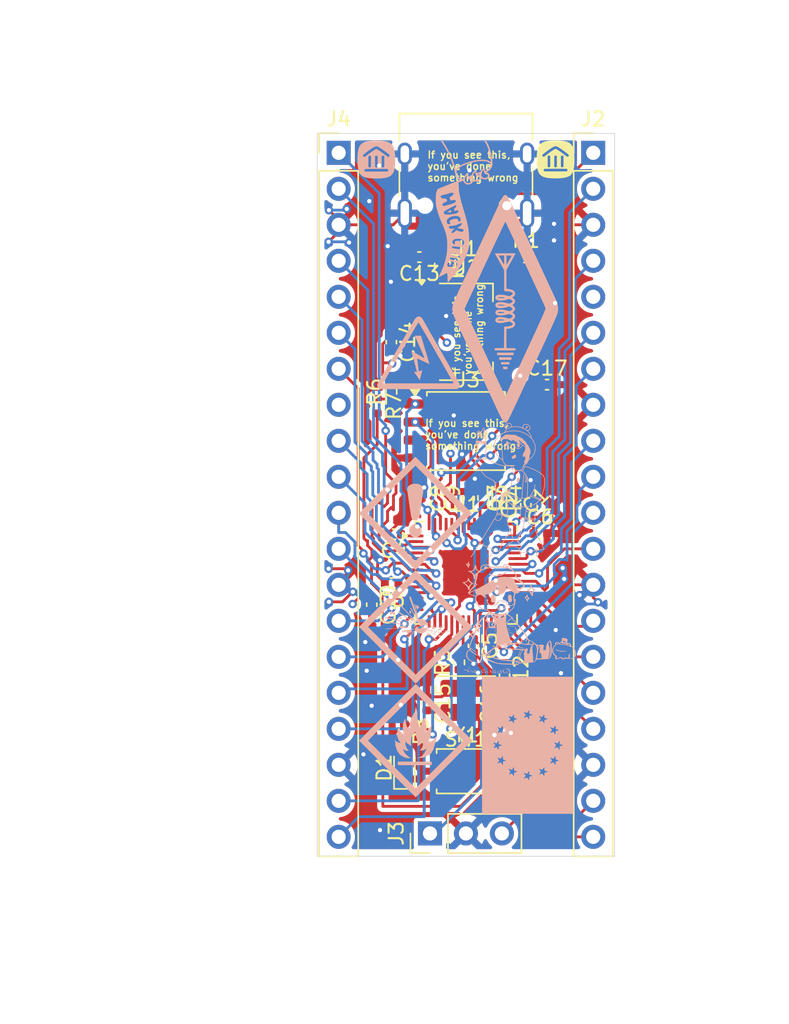
<source format=kicad_pcb>
(kicad_pcb (version 20241229) (generator "pcbnew") (generator_version "9.0")
  (layers (0 "F.Cu" signal) (4 "In1.Cu" signal) (6 "In2.Cu" signal) (2 "B.Cu" signal) (13 "F.Paste" user) (15 "B.Paste" user) (5 "F.SilkS" user "F.Silkscreen") (7 "B.SilkS" user "B.Silkscreen") (1 "F.Mask" user) (3 "B.Mask" user) (25 "Edge.Cuts" user))
  (net 0 "")
  (net 1 "+3V3")
  (net 2 "GND")
  (net 3 "VBUS")
  (net 4 "/XIN")
  (net 5 "Net-(C16-Pad2)")
  (net 6 "/USB_C_D+")
  (net 7 "Net-(J1-CC2)")
  (net 8 "/USB_C_D-")
  (net 9 "Net-(J1-CC1)")
  (net 10 "/GPIO19")
  (net 11 "/GPIO26_ADC0")
  (net 12 "/RUN")
  (net 13 "/GPIO28_ADC2")
  (net 14 "/GPIO21")
  (net 15 "/GPIO17")
  (net 16 "/GPIO24")
  (net 17 "/GPIO22")
  (net 18 "/GPIO16")
  (net 19 "/GPIO20")
  (net 20 "/GPIO29_ADC3")
  (net 21 "/GPIO27_ADC1")
  (net 22 "/GPIO18")
  (net 23 "/GPIO23")
  (net 24 "/SWD")
  (net 25 "/SWCLK")
  (net 26 "/GPIO8")
  (net 27 "/GPIO4")
  (net 28 "/GPIO12")
  (net 29 "/GPIO0")
  (net 30 "/GPIO5")
  (net 31 "/GPIO2")
  (net 32 "/GPIO14")
  (net 33 "/GPIO6")
  (net 34 "/GPIO15")
  (net 35 "/GPIO3")
  (net 36 "/GPIO13")
  (net 37 "/GPIO1")
  (net 38 "/GPIO9")
  (net 39 "/GPIO7")
  (net 40 "/GPIO10")
  (net 41 "/GPIO11")
  (net 42 "Net-(U1-USB_DP)")
  (net 43 "Net-(U1-USB_DM)")
  (net 44 "/XOUT")
  (net 45 "/QSPI_SS")
  (net 46 "Net-(R7-Pad2)")
  (net 47 "+1V1")
  (net 48 "/QSPI_SD3")
  (net 49 "Net-(D1-A)")
  (net 50 "/QSPI_SCLK")
  (net 51 "/QSPI_SD0")
  (net 52 "/QSPI_SD2")
  (net 53 "/QSPI_SD1")
  (net 54 "Net-(U1-GPIO25)")
  (footprint "Capacitor_SMD:C_0402_1005Metric" (layer "F.Cu") (at 159.88 72.5 90)
    (property "Reference" "C8")
    (property "Value" "0.1uF")
  )
  (footprint "Capacitor_SMD:C_0402_1005Metric" (layer "F.Cu") (at 163.38 86.98 90)
    (property "Reference" "C16")
    (property "Value" "15pF")
  )
  (footprint "Resistor_SMD:R_0402_1005Metric" (layer "F.Cu") (at 164.89 55.48)
    (property "Reference" "R1")
    (property "Value" "5.1k")
  )
  (footprint "Capacitor_SMD:C_0402_1005Metric" (layer "F.Cu") (at 166.38 64.48)
    (property "Reference" "C17")
    (property "Value" "0.1uF")
  )
  (footprint "Capacitor_SMD:C_0402_1005Metric" (layer "F.Cu") (at 166.38 73.48 45)
    (property "Reference" "C1")
    (property "Value" "1uF")
  )
  (footprint "Connector_PinHeader_2.54mm:PinHeader_1x20_P2.54mm_Vertical" (layer "F.Cu") (at 169.64 48.12)
    (property "Reference" "J2")
    (property "Value" "Conn_01x20")
  )
  (footprint "Button_Switch_SMD:SW_Push_SPST_NO_Alps_SKRK" (layer "F.Cu") (at 160.65 91.75)
    (property "Reference" "SW1")
    (property "Value" "SW_Push")
  )
  (footprint "Resistor_SMD:R_0402_1005Metric" (layer "F.Cu") (at 154.38 65.99 -90)
    (property "Reference" "R7")
    (property "Value" "1K")
  )
  (footprint "Connector_PinHeader_2.54mm:PinHeader_1x20_P2.54mm_Vertical" (layer "F.Cu") (at 151.66 48.12)
    (property "Reference" "J4")
    (property "Value" "Conn_01x20")
  )
  (footprint "Package_TO_SOT_SMD:SOT-223-3_TabPin2" (layer "F.Cu") (at 160.65 60.75)
    (property "Reference" "U2")
    (property "Value" "NCP1117-3.3_SOT223")
  )
  (footprint "Capacitor_SMD:C_0402_1005Metric" (layer "F.Cu") (at 165.9 74.98)
    (property "Reference" "C6")
    (property "Value" "0.1uF")
  )
  (footprint "Capacitor_SMD:C_0402_1005Metric" (layer "F.Cu") (at 164.88 72.98 90)
    (property "Reference" "C2")
    (property "Value" "0.1uF")
  )
  (footprint "Resistor_SMD:R_0402_1005Metric" (layer "F.Cu") (at 160.1664 84.0688 90)
    (property "Reference" "R5")
    (property "Value" "1K")
  )
  (footprint "Capacitor_SMD:C_0402_1005Metric" (layer "F.Cu") (at 155.58 75.03 180)
    (property "Reference" "C4")
    (property "Value" "0.1uF")
  )
  (footprint "Capacitor_SMD:C_0402_1005Metric" (layer "F.Cu") (at 161.1824 82.9004 -90)
    (property "Reference" "C5")
    (property "Value" "0.1uF")
  )
  (footprint "Capacitor_SMD:C_0402_1005Metric" (layer "F.Cu") (at 157.88 86.98 -90)
    (property "Reference" "C15")
    (property "Value" "15pF")
  )
  (footprint "Capacitor_SMD:C_0402_1005Metric" (layer "F.Cu") (at 155.38 61.48 -90)
    (property "Reference" "C14")
    (property "Value" "10uF")
  )
  (footprint "Capacitor_SMD:C_0402_1005Metric" (layer "F.Cu") (at 154 80 -90)
    (property "Reference" "C10")
    (property "Value" "1uF")
  )
  (footprint "Crystal:Crystal_SMD_3225-4Pin_3.2x2.5mm" (layer "F.Cu") (at 160.65 86.75 180)
    (property "Reference" "Y1")
    (property "Value" "12 Mhz")
  )
  (footprint "Resistor_SMD:R_0402_1005Metric" (layer "F.Cu") (at 156.3056 88.947599 -90)
    (property "Reference" "R8")
    (property "Value" "330")
  )
  (footprint "Capacitor_SMD:C_0402_1005Metric" (layer "F.Cu") (at 155.4 78.48 180)
    (property "Reference" "C3")
    (property "Value" "0.1uF")
  )
  (footprint "Connector_USB:USB_C_Receptacle_HRO_TYPE-C-31-M-12" (layer "F.Cu") (at 160.65 49.25 180)
    (property "Reference" "J1")
    (property "Value" "USB_C_Receptacle_USB2.0_14P")
  )
  (footprint "Capacitor_SMD:C_0402_1005Metric" (layer "F.Cu") (at 163.38 85 -90)
    (property "Reference" "C12")
    (property "Value" "0.1uF")
  )
  (footprint "Package_DFN_QFN:QFN-56-1EP_7x7mm_P0.4mm_EP3.2x3.2mm" (layer "F.Cu") (at 160.65 77.75)
    (property "Reference" "U1")
    (property "Value" "RP2040")
  )
  (footprint "Resistor_SMD:R_0402_1005Metric" (layer "F.Cu") (at 158.82 56.08 -90)
    (property "Reference" "R2")
    (property "Value" "5.1k")
  )
  (footprint "Resistor_SMD:R_0402_1005Metric" (layer "F.Cu") (at 155.38 64.98 90)
    (property "Reference" "R6")
    (property "Value" "10K")
  )
  (footprint "Resistor_SMD:R_0402_1005Metric" (layer "F.Cu") (at 162.88 72.470001 -90)
    (property "Reference" "R4")
    (property "Value" "27")
  )
  (footprint "Connector_PinHeader_2.54mm:PinHeader_1x03_P2.54mm_Vertical" (layer "F.Cu") (at 158.11 96.14 90)
    (property "Reference" "J3")
    (property "Value" "Conn_01x03")
  )
  (footprint "Resistor_SMD:R_0402_1005Metric" (layer "F.Cu") (at 161.88 72.47 -90)
    (property "Reference" "R3")
    (property "Value" "27")
  )
  (footprint "Package_SO:SOIC-8_5.3x5.3mm_P1.27mm" (layer "F.Cu") (at 160.65 67.75)
    (property "Reference" "U3")
    (property "Value" "W25Q128JVS")
  )
  (footprint "LED_SMD:LED_0603_1608Metric" (layer "F.Cu") (at 156.3056 91.511101 90)
    (property "Reference" "D1")
    (property "Value" "LED")
  )
  (footprint "Capacitor_SMD:C_0402_1005Metric" (layer "F.Cu") (at 160.88 72.5 90)
    (property "Reference" "C9")
    (property "Value" "0.1uF")
  )
  (footprint "Capacitor_SMD:C_0402_1005Metric" (layer "F.Cu") (at 163.88 72.5 90)
    (property "Reference" "C7")
    (property "Value" "0.1uF")
  )
  (footprint "foot:HCB" (layer "F.Cu") (at 166.98 48.59)
    (property "Reference" "G***" (hide yes))
    (property "Value" "LOGO" (hide yes))
  )
  (footprint "Capacitor_SMD:C_0402_1005Metric" (layer "F.Cu") (at 157.36 55.48 180)
    (property "Reference" "C13")
    (property "Value" "10uF")
  )
  (footprint "foot:Me new" (layer "B.Cu") (at 164.27 80.52 180)
    (property "Reference" "G***" (hide yes))
    (property "Value" "LOGO" (hide yes))
  )
  (footprint "foot:Orph letb smol" (layer "B.Cu") (at 160.5 52.29 -90)
    (property "Reference" "G***" (hide yes))
    (property "Value" "LOGO" (hide yes))
  )
  (footprint "foot:Warning" (layer "B.Cu") (at 157.29 62.29 180)
    (property "Reference" "G***" (hide yes))
    (property "Value" "LOGO" (hide yes))
  )
  (footprint "foot:HCB" (layer "B.Cu") (at 154.32 48.6 180)
    (property "Reference" "G***" (hide yes))
    (property "Value" "LOGO" (hide yes))
  )
  (footprint "foot:me" (layer "B.Cu") (at 164.58 71.66 180)
    (property "Reference" "G***" (hide yes))
    (property "Value" "LOGO" (hide yes))
  )
  (footprint "foot:Flame" (layer "B.Cu") (at 157.1 89.59 180)
    (property "Reference" "G***" (hide yes))
    (property "Value" "LOGO" (hide yes))
  )
  (footprint "foot:EU invert" (layer "B.Cu") (at 165.01 89.92 90)
    (property "Reference" "G***" (hide yes))
    (property "Value" "LOGO" (hide yes))
  )
  (footprint "foot:ham" (layer "B.Cu") (at 163.43 59.14 180)
    (property "Reference" "G***" (hide yes))
    (property "Value" "LOGO" (hide yes))
  )
  (footprint "foot:Hazard" (layer "B.Cu") (at 157.08 73.56 180)
    (property "Reference" "G***" (hide yes))
    (property "Value" "LOGO" (hide yes))
  )
  (footprint "foot:EU" (layer "B.Cu") (at 165.01 89.92 90)
    (property "Reference" "G***" (hide yes))
    (property "Value" "LOGO" (hide yes))
  )
  (footprint "foot:bomb" (layer "B.Cu") (at 157.1 81.57 180)
    (property "Reference" "G***" (hide yes))
    (property "Value" "LOGO" (hide yes))
  )
  (gr_rect (start 150.15 46.75) (end 171.15 97.75) (stroke (width 0.05)) (fill no) (layer "Edge.Cuts"))
  (gr_text "If you see this, \nyou've done \nsomething wrong" (at 157.72 69.1 0) (layer "F.SilkS") (effects (font (size 0.5 0.5) (thickness 0.1) (bold yes)) (justify left bottom)))
  (gr_text "If you see this, \nyou've done \nsomething wrong" (at 161.89 63.84 90) (layer "F.SilkS") (effects (font (size 0.5 0.5) (thickness 0.1) (bold yes)) (justify left bottom)))
  (gr_text "If you see this, \nyou've done \nsomething wrong" (at 157.88 50.17 0) (layer "F.SilkS") (effects (font (size 0.5 0.5) (thickness 0.1) (bold yes)) (justify left bottom)))
  (segment (start 165.42 74.98) (end 165.42 74) (width 0.2) (layer "F.Cu") (net 1))
  (segment (start 165.6025 64.48) (end 165.9 64.48) (width 0.2) (layer "F.Cu") (net 1))
  (segment (start 164.4 72.98) (end 164.88 73.46) (width 0.2) (layer "F.Cu") (net 1))
  (segment (start 154.769 62.936) (end 154.769 63.859) (width 0.2) (layer "F.Cu") (net 1))
  (segment (start 165.42 74) (end 164.88 73.46) (width 0.2) (layer "F.Cu") (net 1))
  (segment (start 163.991 85.131) (end 163.991 85.60635) (width 0.2) (layer "F.Cu") (net 1))
  (segment (start 162.9024 84.468) (end 161.8428 83.4084) (width 0.2) (layer "F.Cu") (net 1))
  (segment (start 157.2125 78.75) (end 156.5606 78.75) (width 0.2) (layer "F.Cu") (net 1))
  (segment (start 164.392 88.4792) (end 163.824 89.0472) (width 0.2) (layer "F.Cu") (net 1))
  (segment (start 163.38 84.52) (end 163.991 85.131) (width 0.2) (layer "F.Cu") (net 1))
  (segment (start 164.392 86.00735) (end 164.392 88.4792) (width 0.2) (layer "F.Cu") (net 1))
  (segment (start 163.25 74.3125) (end 164.0375 74.3125) (width 0.2) (layer "F.Cu") (net 1))
  (segment (start 165.9 62.85) (end 165.9 63.7996) (width 0.2) (layer "F.Cu") (net 1))
  (segment (start 155.88 78.861069) (end 155.968931 78.95) (width 0.2) (layer "F.Cu") (net 1))
  (segment (start 154.769 63.859) (end 155.38 64.47) (width 0.2) (layer "F.Cu") (net 1))
  (segment (start 156.5596 78.751) (end 156.678226 78.751) (width 0.2) (layer "F.Cu") (net 1))
  (segment (start 160.85 74.3125) (end 160.85 73.01) (width 0.2) (layer "F.Cu") (net 1))
  (segment (start 159.88 72.98) (end 159.8472 72.98) (width 0.2) (layer "F.Cu") (net 1))
  (segment (start 163.328 84.468) (end 162.9024 84.468) (width 0.2) (layer "F.Cu") (net 1))
  (segment (start 159.5568 71.40565) (end 159.5568 69.3368) (width 0.2) (layer "F.Cu") (net 1))
  (segment (start 154 79.52) (end 153.082 79.52) (width 0.2) (layer "F.Cu") (net 1))
  (segment (start 154.769 62.936) (end 155.3912 62.936) (width 0.2) (layer "F.Cu") (net 1))
  (segment (start 164.0875 75.15) (end 164.0875 74.2625) (width 0.2) (layer "F.Cu") (net 1))
  (segment (start 155.38 61) (end 154.769 61.611) (width 0.2) (layer "F.Cu") (net 1))
  (segment (start 162.85 74.3125) (end 163.25 74.3125) (width 0.2) (layer "F.Cu") (net 1))
  (segment (start 165.239411 73.819411) (end 164.88 73.46) (width 0.2) (layer "F.Cu") (net 1))
  (segment (start 160.85 81.7818) (end 160.85 81.1875) (width 0.2) (layer "F.Cu") (net 1))
  (segment (start 163.38 84.52) (end 163.328 84.468) (width 0.2) (layer "F.Cu") (net 1))
  (segment (start 159.8472 72.98) (end 159.103 72.2358) (width 0.2) (layer "F.Cu") (net 1))
  (segment (start 156.18 75.15) (end 156.06 75.03) (width 0.2) (layer "F.Cu") (net 1))
  (segment (start 163.88 72.98) (end 164.4 72.98) (width 0.2) (layer "F.Cu") (net 1))
  (segment (start 163.991 85.60635) (end 164.392 86.00735) (width 0.2) (layer "F.Cu") (net 1))
  (segment (start 161.1824 82.1142) (end 160.85 81.7818) (width 0.2) (layer "F.Cu") (net 1))
  (segment (start 165.9 63.7996) (end 165.9 64.48) (width 0.2) (layer "F.Cu") (net 1))
  (segment (start 153.082 79.52) (end 152.648 79.954) (width 0.2) (layer "F.Cu") (net 1))
  (segment (start 161.8428 83.4084) (end 161.8428 83.0808) (width 0.2) (layer "F.Cu") (net 1))
  (segment (start 156.5606 78.75) (end 156.5596 78.751) (width 0.2) (layer "F.Cu") (net 1))
  (segment (start 157.5 60.75) (end 158.5392 60.75) (width 0.2) (layer "F.Cu") (net 1))
  (segment (start 164.88 73.47) (end 164.19 74.16) (width 0.2) (layer "F.Cu") (net 1))
  (segment (start 160.85 73.01) (end 160.88 72.98) (width 0.2) (layer "F.Cu") (net 1))
  (segment (start 159.103 71.85945) (end 159.5568 71.40565) (width 0.2) (layer "F.Cu") (net 1))
  (segment (start 156 78.48) (end 156.271 78.751) (width 0.2) (layer "F.Cu") (net 1))
  (segment (start 164.2375 65.845) (end 165.6025 64.48) (width 0.2) (layer "F.Cu") (net 1))
  (segment (start 157.2125 75.15) (end 157.2125 74.4975) (width 0.2) (layer "F.Cu") (net 1))
  (segment (start 159.88 72.98) (end 160.88 72.98) (width 0.2) (layer "F.Cu") (net 1))
  (segment (start 164.5352 63.7996) (end 164.4844 63.8504) (width 0.2) (layer "F.Cu") (net 1))
  (segment (start 163.8 60.75) (end 165.9 62.85) (width 0.2) (layer "F.Cu") (net 1))
  (segment (start 155.88 78.48) (end 155.88 78.861069) (width 0.2) (layer "F.Cu") (net 1))
  (segment (start 166.040589 73.819411) (end 165.239411 73.819411) (width 0.2) (layer "F.Cu") (net 1))
  (segment (start 161.1824 82.4204) (end 161.1824 82.1142) (width 0.2) (layer "F.Cu") (net 1))
  (segment (start 157.2125 74.4975) (end 157.22 74.49) (width 0.2) (layer "F.Cu") (net 1))
  (segment (start 161.8428 83.0808) (end 161.1824 82.4204) (width 0.2) (layer "F.Cu") (net 1))
  (segment (start 159.103 72.08) (end 159.103 71.85945) (width 0.2) (layer "F.Cu") (net 1))
  (segment (start 154.769 61.611) (end 154.769 62.936) (width 0.2) (layer "F.Cu") (net 1))
  (segment (start 160.85 74.3125) (end 161.25 74.3125) (width 0.2) (layer "F.Cu") (net 1))
  (segment (start 158.5392 60.75) (end 159.3028 61.5136) (width 0.2) (layer "F.Cu") (net 1))
  (segment (start 155.3912 62.936) (end 155.442 62.9868) (width 0.2) (layer "F.Cu") (net 1))
  (segment (start 156.271 78.751) (end 156.5596 78.751) (width 0.2) (layer "F.Cu") (net 1))
  (segment (start 157.2125 75.15) (end 156.18 75.15) (width 0.2) (layer "F.Cu") (net 1))
  (segment (start 164.88 73.46) (end 164.88 73.47) (width 0.2) (layer "F.Cu") (net 1))
  (segment (start 164.0875 74.2625) (end 164.19 74.16) (width 0.2) (layer "F.Cu") (net 1))
  (segment (start 164.0375 74.3125) (end 164.19 74.16) (width 0.2) (layer "F.Cu") (net 1))
  (segment (start 155.88 78.48) (end 156 78.48) (width 0.2) (layer "F.Cu") (net 1))
  (segment (start 164.0875 78.75) (end 163.1484 78.75) (width 0.2) (layer "F.Cu") (net 1))
  (segment (start 165.9 63.7996) (end 164.5352 63.7996) (width 0.2) (layer "F.Cu") (net 1))
  (segment (start 163.1484 78.75) (end 162.808 79.0904) (width 0.2) (layer "F.Cu") (net 1))
  (segment (start 159.103 72.2358) (end 159.103 72.08) (width 0.2) (layer "F.Cu") (net 1))
  (via (at 155.968931 78.95) (size 0.6) (drill 0.3) (layers "F.Cu" "B.Cu") (net 1))
  (via (at 152.648 79.954) (size 0.6) (drill 0.3) (layers "F.Cu" "B.Cu") (net 1))
  (via (at 164.4844 63.8504) (size 0.6) (drill 0.3) (layers "F.Cu" "B.Cu") (net 1))
  (via (at 157.22 74.49) (size 0.6) (drill 0.3) (layers "F.Cu" "B.Cu") (net 1))
  (via (at 164.19 74.16) (size 0.6) (drill 0.3) (layers "F.Cu" "B.Cu") (net 1))
  (via (at 155.442 62.9868) (size 0.6) (drill 0.3) (layers "F.Cu" "B.Cu") (net 1))
  (via (at 159.3028 61.5136) (size 0.6) (drill 0.3) (layers "F.Cu" "B.Cu") (net 1))
  (via (at 163.824 89.0472) (size 0.6) (drill 0.3) (layers "F.Cu" "B.Cu") (net 1))
  (via (at 159.5568 69.3368) (size 0.6) (drill 0.3) (layers "F.Cu" "B.Cu") (net 1))
  (via (at 162.808 79.0904) (size 0.6) (drill 0.3) (layers "F.Cu" "B.Cu") (net 1))
  (segment (start 154.384735 77.931535) (end 154.384735 77.402308) (width 0.2) (layer "F.Cu") (net 2))
  (segment (start 162.3 94.49) (end 162.3 94.0764) (width 0.2) (layer "F.Cu") (net 2))
  (segment (start 154.414572 77.372471) (end 154.414572 77.019028) (width 0.2) (layer "F.Cu") (net 2))
  (segment (start 162.21265 84.41015) (end 161.1829 83.3804) (width 0.2) (layer "F.Cu") (net 2))
  (segment (start 164.88 71.55) (end 165.22 71.21) (width 0.2) (layer "F.Cu") (net 2))
  (segment (start 160.3696 70.113704) (end 160.051 70.432304) (width 0.2) (layer "F.Cu") (net 2))
  (segment (start 163.73655 87.081) (end 163.991 86.82655) (width 0.2) (layer "F.Cu") (net 2))
  (segment (start 160.051 71.849) (end 159.88 72.02) (width 0.2) (layer "F.Cu") (net 2))
  (segment (start 160.199881 80.098942) (end 160.199881 78.200119) (width 0.2) (layer "F.Cu") (net 2))
  (segment (start 169.64 78.6) (end 169.64 79.496537) (width 0.2) (layer "F.Cu") (net 2))
  (segment (start 162.21265 84.41015) (end 162.6715 84.869) (width 0.2) (layer "F.Cu") (net 2))
  (segment (start 157.66 71.77) (end 157.7 71.73) (width 0.2) (layer "F.Cu") (net 2))
  (segment (start 161.8228 84.8) (end 162.21265 84.41015) (width 0.2) (layer "F.Cu") (net 2))
  (segment (start 163.88 72.02) (end 164.4 72.02) (width 0.2) (layer "F.Cu") (net 2))
  (segment (start 154.92 78.4668) (end 154.384735 77.931535) (width 0.2) (layer "F.Cu") (net 2))
  (segment (start 155.51 53.2) (end 156.33 52.38) (width 0.2) (layer "F.Cu") (net 2))
  (segment (start 151.66 53.2) (end 151.66 52.8548) (width 0.2) (layer "F.Cu") (net 2))
  (segment (start 168.007535 78.6) (end 167.874878 78.467343) (width 0.2) (layer "F.Cu") (net 2))
  (segment (start 152.394 53.934) (end 151.66 53.2) (width 0.2) (layer "F.Cu") (net 2))
  (segment (start 159.836823 80.462) (end 160.199881 80.098942) (width 0.2) (layer "F.Cu") (net 2))
  (segment (start 155.545911 61.96) (end 156.026689 62.440778) (width 0.2) (layer "F.Cu") (net 2))
  (segment (start 157.88 86.5) (end 156.6176 86.5) (width 0.2) (layer "F.Cu") (net 2))
  (segment (start 160.3696 69.3876) (end 160.3696 70.113704) (width 0.2) (layer "F.Cu") (net 2))
  (segment (start 157.88 86.5) (end 158.95 86.5) (width 0.2) (layer "F.Cu") (net 2))
  (segment (start 159.65 81.1875) (end 159.65 80.6736) (width 0.2) (layer "F.Cu") (net 2))
  (segment (start 162.6556 86.901) (end 162.84345 86.901) (width 0.2) (layer "F.Cu") (net 2))
  (segment (start 159.65 82.096) (end 156.0516 85.6944) (width 0.2) (layer "F.Cu") (net 2))
  (segment (start 161.501218 84.8) (end 161.8228 84.8) (width 0.2) (layer "F.Cu") (net 2))
  (segment (start 160.051 70.432304) (end 160.051 71.849) (width 0.2) (layer "F.Cu") (net 2))
  (segment (start 151.66 53.6916) (end 150.95 54.4016) (width 0.2) (layer "F.Cu") (net 2))
  (segment (start 154.384735 77.402308) (end 154.414572 77.372471) (width 0.2) (layer "F.Cu") (net 2))
  (segment (start 162.84345 86.099) (end 162.761 86.099) (width 0.2) (layer "F.Cu") (net 2))
  (segment (start 162.84345 86.901) (end 163.02345 87.081) (width 0.2) (layer "F.Cu") (net 2))
  (segment (start 159.6584 80.6652) (end 159.6584 80.462) (width 0.2) (layer "F.Cu") (net 2))
  (segment (start 164.2922 53.295) (end 165.2972 54.3) (width 0.2) (layer "F.Cu") (net 2))
  (segment (start 166.719411 74.640589) (end 166.719411 73.140589) (width 0.2) (layer "F.Cu") (net 2))
  (segment (start 154 80.888) (end 153.3084 81.5796) (width 0.2) (layer "F.Cu") (net 2))
  (segment (start 163.38 87.46) (end 163.38 88.4752) (width 0.2) (layer "F.Cu") (net 2))
  (segment (start 151.66 53.2) (end 151.66 53.6916) (width 0.2) (layer "F.Cu") (net 2))
  (segment (start 163.991 86.17345) (end 163.73655 85.919) (width 0.2) (layer "F.Cu") (net 2))
  (segment (start 156.6176 86.5) (end 156.0516 87.066) (width 0.2) (layer "F.Cu") (net 2))
  (segment (start 154.414572 77.019028) (end 154.5784 76.8552) (width 0.2) (layer "F.Cu") (net 2))
  (segment (start 154 80.48) (end 154 80.888) (width 0.2) (layer "F.Cu") (net 2))
  (segment (start 161.1829 83.3804) (end 161.1824 83.3804) (width 0.2) (layer "F.Cu") (net 2))
  (segment (start 155.1 75.03) (end 157.0625 73.0675) (width 0.2) (layer "F.Cu") (net 2))
  (segment (start 166.38 74.98) (end 166.719411 74.640589) (width 0.2) (layer "F.Cu") (net 2))
  (segment (start 164.055 53.295) (end 164.97 52.38) (width 0.2) (layer "F.Cu") (net 2))
  (segment (start 161.1824 83.3804) (end 161.1824 84.1704) (width 0.2) (layer "F.Cu") (net 2))
  (segment (start 151.66 52.8548) (end 150.9716 52.1664) (width 0.2) (layer "F.Cu") (net 2))
  (segment (start 158.95 86.5) (end 159.55 85.9) (width 0.2) (layer "F.Cu") (net 2))
  (segment (start 151.9876 79.7508) (end 152.647161 79.091239) (width 0.2) (layer "F.Cu") (net 2))
  (segment (start 167.874878 78.467343) (end 167.59 78.182465) (width 0.2) (layer "F.Cu") (net 2))
  (segment (start 166.719411 73.140589) (end 166.719411 72.709411) (width 0.2) (layer "F.Cu") (net 2))
  (segment (start 169.64 78.6) (end 168.318628 78.6) (width 0.2) (layer "F.Cu") (net 2))
  (segment (start 162.761 86.099) (end 163.38 85.48) (width 0.2) (layer "F.Cu") (net 2))
  (segment (start 168.318628 78.6) (end 168.007535 78.6) (width 0.2) (layer "F.Cu") (net 2))
  (segment (start 160.88 72.02) (end 160.88 71.5148) (width 0.2) (layer "F.Cu") (net 2))
  (segment (start 169.64 53.2) (end 166.9404 53.2) (width 0.2) (layer "F.Cu") (net 2))
  (segment (start 152.394 54.4524) (end 152.394 53.934) (width 0.2) (layer "F.Cu") (net 2))
  (segment (start 169.3944 78.6) (end 168.671465 79.322935) (width 0.2) (layer "F.Cu") (net 2))
  (segment (start 169.64 78.6) (end 168.454 77.414) (width 0.2) (layer "F.Cu") (net 2))
  (segment (start 159.65 81.1875) (end 159.65 82.096) (width 0.2) (layer "F.Cu") (net 2))
  (segment (start 162.6715 84.869) (end 162.769 84.869) (width 0.2) (layer "F.Cu") (net 2))
  (segment (start 163.38 88.4752) (end 162.6556 89.1996) (width 0.2) (layer "F.Cu") (net 2))
  (segment (start 163.9 53.295) (end 164.055 53.295) (width 0.2) (layer "F.Cu") (net 2))
  (segment (start 157.0625 71.77) (end 157.66 71.77) (width 0.2) (layer "F.Cu") (net 2))
  (segment (start 157.0625 73.0675) (end 157.0625 71.77) (width 0.2) (layer "F.Cu") (net 2))
  (segment (start 163.9 53.295) (end 164.2922 53.295) (width 0.2) (layer "F.Cu") (net 2))
  (segment (start 151.9368 79.8016) (end 151.9876 79.7508) (width 0.2) (layer "F.Cu") (net 2))
  (segment (start 164.4 72.02) (end 164.88 72.5) (width 0.2) (layer "F.Cu") (net 2))
  (segment (start 152.21627 77.4648) (end 152.330535 77.579065) (width 0.2) (layer "F.Cu") (net 2))
  (segment (start 159.6584 80.462) (end 159.836823 80.462) (width 0.2) (layer "F.Cu") (net 2))
  (segment (start 164.88 72.5) (end 164.88 71.55) (width 0.2) (layer "F.Cu") (net 2))
  (segment (start 155.3404 53.2) (end 155.3404 54.4901) (width 0.2) (layer "F.Cu") (net 2))
  (segment (start 169.64 53.2) (end 168.54 54.3) (width 0.2) (layer "F.Cu") (net 2))
  (segment (start 156.0516 85.6944) (end 156.0516 87.066) (width 0.2) (layer "F.Cu") (net 2))
  (segment (start 169.64 78.6) (end 169.3944 78.6) (width 0.2) (layer "F.Cu") (net 2))
  (segment (start 168.54 54.3) (end 166.872 54.3) (width 0.2) (layer "F.Cu") (net 2))
  (segment (start 166.9404 53.2) (end 166.872 53.1316) (width 0.2) (layer "F.Cu") (net 2))
  (segment (start 152.228935 52.077465) (end 152.228935 52.631065) (width 0.2) (layer "F.Cu") (net 2))
  (segment (start 160.65 96.14) (end 162.3 94.49) (width 0.2) (layer "F.Cu") (net 2))
  (segment (start 163.73655 85.919) (end 163.02345 85.919) (width 0.2) (layer "F.Cu") (net 2))
  (segment (start 151.66 53.2) (end 155.3404 53.2) (width 0.2) (layer "F.Cu") (net 2))
  (segment (start 157.5 58.45) (end 158.068 58.45) (width 0.2) (layer "F.Cu") (net 2))
  (segment (start 155.3404 53.2) (end 155.51 53.2) (width 0.2) (layer "F.Cu") (net 2))
  (segment (start 150.95 77.4648) (end 152.21627 77.4648) (width 0.2) (layer "F.Cu") (net 2))
  (segment (start 168.454 77.414) (end 167.4816 77.414) (width 0.2) (layer "F.Cu") (net 2))
  (segment (start 162.769 84.869) (end 163.38 85.48) (width 0.2) (layer "F.Cu") (net 2))
  (segment (start 150.9716 79.8016) (end 151.9368 79.8016) (width 0.2) (layer "F.Cu") (net 2))
  (segment (start 169.64 79.496537) (end 169.975923 79.83246) (width 0.2) (layer "F.Cu") (net 2))
  (segment (start 163.02345 85.919) (end 162.84345 86.099) (width 0.2) (layer "F.Cu") (net 2))
  (segment (start 162.6556 89.1996) (end 162.6556 86.901) (width 0.2) (layer "F.Cu") (net 2))
  (segment (start 159.65 80.6736) (end 159.6584 80.6652) (width 0.2) (layer "F.Cu") (net 2))
  (segment (start 154.92 78.48) (end 154.92 78.4668) (width 0.2) (layer "F.Cu") (net 2))
  (segment (start 160.88 71.5148) (end 161.28 71.1148) (width 0.2) (layer "F.Cu") (net 2))
  (segment (start 155.3404 54.4901) (end 155.1241 54.7064) (width 0.2) (layer "F.Cu") (net 2))
  (segment (start 152.228935 52.631065) (end 151.66 53.2) (width 0.2) (layer "F.Cu") (net 2))
  (segment (start 157.0625 71.77) (end 157.0625 69.655) (width 0.2) (layer "F.Cu") (net 2))
  (segment (start 158.068 58.45) (end 159.252 59.634) (width 0.2) (layer "F.Cu") (net 2))
  (segment (start 155.38 61.96) (end 155.545911 61.96) (width 0.2) (layer "F.Cu") (net 2))
  (segment (start 166.719411 72.709411) (end 165.22 71.21) (width 0.2) (layer "F.Cu") (net 2))
  (segment (start 160.199881 78.200119) (end 160.65 77.75) (width 0.2) (layer "F.Cu") (net 2))
  (segment (start 152.647161 79.091239) (end 152.662281 79.091239) (width 0.2) (layer "F.Cu") (net 2))
  (segment (start 163.02345 87.081) (end 163.73655 87.081) (width 0.2) (layer "F.Cu") (net 2))
  (segment (start 163.991 86.82655) (end 163.991 86.17345) (width 0.2) (layer "F.Cu") (net 2))
  (via (at 152.228935 52.077465) (size 0.6) (drill 0.3) (layers "F.Cu" "B.Cu") (net 2))
  (via (at 153.64 84.66) (size 0.6) (drill 0.3) (layers "F.Cu" "B.Cu") (net 2))
  (via (at 156.0516 87.066) (size 0.6) (drill 0.3) (layers "F.Cu" "B.Cu") (net 2))
  (via (at 154.5784 76.8552) (size 0.6) (drill 0.3) (layers "F.Cu" "B.Cu") (net 2))
  (via (at 153.54 82.64) (size 0.6) (drill 0.3) (layers "F.Cu" "B.Cu") (net 2))
  (via (at 169.975923 79.83246) (size 0.6) (drill 0.3) (layers "F.Cu" "B.Cu") (net 2))
  (via (at 157.7 71.73) (size 0.6) (drill 0.3) (layers "F.Cu" "B.Cu") (net 2))
  (via (at 155.35 57.22) (size 0.6) (drill 0.3) (layers "F.Cu" "B.Cu") (net 2))
  (via (at 154.5784 95.9052) (size 0.6) (drill 0.3) (layers "F.Cu" "B.Cu") (net 2))
  (via (at 166.99 81.79) (size 0.6) (drill 0.3) (layers "F.Cu" "B.Cu") (net 2))
  (via (at 160.9 49.36) (size 0.6) (drill 0.3) (layers "F.Cu" "B.Cu") (net 2))
  (via (at 165.2972 54.3) (size 0.6) (drill 0.3) (layers "F.Cu" "B.Cu") (net 2))
  (via (at 155.1241 54.7064) (size 0.6) (drill 0.3) (layers "F.Cu" "B.Cu") (net 2))
  (via (at 166.95 58.72) (size 0.6) (drill 0.3) (layers "F.Cu" "B.Cu") (net 2))
  (via (at 168.671465 79.322935) (size 0.6) (drill 0.3) (layers "F.Cu" "B.Cu") (net 2))
  (via (at 150.9716 79.8016) (size 0.6) (drill 0.3) (layers "F.Cu" "B.Cu") (net 2))
  (via (at 165.22 71.21) (size 0.6) (drill 0.3) (layers "F.Cu" "B.Cu") (net 2))
  (via (at 153.99 87.13) (size 0.6) (drill 0.3) (layers "F.Cu" "B.Cu") (net 2))
  (via (at 153.82 51.53) (size 0.6) (drill 0.3) (layers "F.Cu" "B.Cu") (net 2))
  (via (at 166.872 53.1316) (size 0.6) (drill 0.3) (layers "F.Cu" "B.Cu") (net 2))
  (via (at 167.4816 77.414) (size 0.6) (drill 0.3) (layers "F.Cu" "B.Cu") (net 2))
  (via (at 153.41 90.56) (size 0.6) (drill 0.3) (layers "F.Cu" "B.Cu") (net 2))
  (via (at 150.95 77.4648) (size 0.6) (drill 0.3) (layers "F.Cu" "B.Cu") (net 2))
  (via (at 167.36 84.83) (size 0.6) (drill 0.3) (layers "F.Cu" "B.Cu") (net 2))
  (via (at 159.252 59.634) (size 0.6) (drill 0.3) (layers "F.Cu" "B.Cu") (net 2))
  (via (at 155.86 83.9) (size 0.6) (drill 0.3) (layers "F.Cu" "B.Cu") (net 2))
  (via (at 166.872 54.3) (size 0.6) (drill 0.3) (layers "F.Cu" "B.Cu") (net 2))
  (via (at 159.79 66.65) (size 0.6) (drill 0.3) (layers "F.Cu" "B.Cu") (net 2))
  (via (at 161.28 71.1148) (size 0.6) (drill 0.3) (layers "F.Cu" "B.Cu") (net 2))
  (via (at 150.9716 52.1664) (size 0.6) (drill 0.3) (layers "F.Cu" "B.Cu") (net 2))
  (via (at 162.6556 89.1996) (size 0.6) (drill 0.3) (layers "F.Cu" "B.Cu") (net 2))
  (via (at 152.330535 77.579065) (size 0.6) (drill 0.3) (layers "F.Cu" "B.Cu") (net 2))
  (via (at 162.6556 89.1996) (size 0.6) (drill 0.3) (layers "F.Cu" "B.Cu") (net 2))
  (via (at 160.3696 69.3876) (size 0.6) (drill 0.3) (layers "F.Cu" "B.Cu") (net 2))
  (via (at 150.95 54.4016) (size 0.6) (drill 0.3) (layers "F.Cu" "B.Cu") (net 2))
  (via (at 154.52 49.02) (size 0.6) (drill 0.3) (layers "F.Cu" "B.Cu") (net 2))
  (via (at 166.872 54.3) (size 0.6) (drill 0.3) (layers "F.Cu" "B.Cu") (net 2))
  (via (at 161.1824 84.1704) (size 0.6) (drill 0.3) (layers "F.Cu" "B.Cu") (net 2))
  (via (at 152.662281 79.091239) (size 0.6) (drill 0.3) (layers "F.Cu" "B.Cu") (net 2))
  (via (at 161.501218 84.8) (size 0.6) (drill 0.3) (layers "F.Cu" "B.Cu") (net 2))
  (via (at 156.026689 62.440778) (size 0.6) (drill 0.3) (layers "F.Cu" "B.Cu") (net 2))
  (via (at 167.59 78.182465) (size 0.6) (drill 0.3) (layers "F.Cu" "B.Cu") (net 2))
  (via (at 152.394 54.4524) (size 0.6) (drill 0.3) (layers "F.Cu" "B.Cu") (net 2))
  (segment (start 167.59 78.182465) (end 167.59 77.5224) (width 0.2) (layer "B.Cu") (net 2))
  (segment (start 152.330535 77.929465) (end 151.66 78.6) (width 0.2) (layer "B.Cu") (net 2))
  (segment (start 150.9716 52.1664) (end 152.14 52.1664) (width 0.2) (layer "B.Cu") (net 2))
  (segment (start 166.872 53.1316) (end 166.872 54.3) (width 0.2) (layer "B.Cu") (net 2))
  (segment (start 152.662281 79.091239) (end 152.151239 79.091239) (width 0.2) (layer "B.Cu") (net 2))
  (segment (start 152.3432 54.4016) (end 152.394 54.4524) (width 0.2) (layer "B.Cu") (net 2))
  (segment (start 168.671465 79.467465) (end 168.671465 79.322935) (width 0.2) (layer "B.Cu") (net 2))
  (segment (start 152.151239 79.091239) (end 151.66 78.6) (width 0.2) (layer "B.Cu") (net 2))
  (segment (start 150.95 54.4016) (end 152.3432 54.4016) (width 0.2) (layer "B.Cu") (net 2))
  (segment (start 169.975923 79.83246) (end 169.854383 79.954) (width 0.2) (layer "B.Cu") (net 2))
  (segment (start 161.501218 84.8) (end 161.501218 84.489218) (width 0.2) (layer "B.Cu") (net 2))
  (segment (start 161.501218 84.489218) (end 161.1824 84.1704) (width 0.2) (layer "B.Cu") (net 2))
  (segment (start 169.158 79.954) (end 168.671465 79.467465) (width 0.2) (layer "B.Cu") (net 2))
  (segment (start 152.14 52.1664) (end 152.228935 52.077465) (width 0.2) (layer "B.Cu") (net 2))
  (segment (start 167.59 77.5224) (end 167.4816 77.414) (width 0.2) (layer "B.Cu") (net 2))
  (segment (start 169.854383 79.954) (end 169.158 79.954) (width 0.2) (layer "B.Cu") (net 2))
  (segment (start 152.330535 77.579065) (end 152.330535 77.929465) (width 0.2) (layer "B.Cu") (net 2))
  (segment (start 162.38 51.48) (end 162.555 51.655) (width 0.2) (layer "F.Cu") (net 3))
  (segment (start 156.199 57.121) (end 157.84 55.48) (width 0.2) (layer "F.Cu") (net 3))
  (segment (start 159.238 51.48) (end 162.38 51.48) (width 0.2) (layer "F.Cu") (net 3))
  (segment (start 158.2 52.518) (end 159.238 51.48) (width 0.2) (layer "F.Cu") (net 3))
  (segment (start 156.199 61.749) (end 156.199 57.121) (width 0.2) (layer "F.Cu") (net 3))
  (segment (start 163.21 51) (end 166.76 51) (width 0.2) (layer "F.Cu") (net 3))
  (segment (start 158.2 53.295) (end 158.2 52.518) (width 0.2) (layer "F.Cu") (net 3))
  (segment (start 163.1 52.366008) (end 163.1 53.295) (width 0.2) (layer "F.Cu") (net 3))
  (segment (start 157.84 54.52) (end 157.84 55.48) (width 0.2) (layer "F.Cu") (net 3))
  (segment (start 162.864 51.964) (end 162.864 52.130008) (width 0.2) (layer "F.Cu") (net 3))
  (segment (start 166.76 51) (end 169.64 48.12) (width 0.2) (layer "F.Cu") (net 3))
  (segment (start 162.555 51.655) (end 162.864 51.964) (width 0.2) (layer "F.Cu") (net 3))
  (segment (start 158.2 53.295) (end 158.2 54.16) (width 0.2) (layer "F.Cu") (net 3))
  (segment (start 162.864 52.130008) (end 163.1 52.366008) (width 0.2) (layer "F.Cu") (net 3))
  (segment (start 158.2 54.16) (end 157.84 54.52) (width 0.2) (layer "F.Cu") (net 3))
  (segment (start 162.555 51.655) (end 163.21 51) (width 0.2) (layer "F.Cu") (net 3))
  (segment (start 157.5 63.05) (end 156.199 61.749) (width 0.2) (layer "F.Cu") (net 3))
  (segment (start 159.55 88.75) (end 159.55 87.6) (width 0.2) (layer "F.Cu") (net 4))
  (segment (start 159.55 87.6) (end 158.02 87.6) (width 0.2) (layer "F.Cu") (net 4))
  (segment (start 159.0488 83.7132) (end 160.05 82.712) (width 0.2) (layer "F.Cu") (net 4))
  (segment (start 158.02 87.6) (end 157.88 87.46) (width 0.2) (layer "F.Cu") (net 4))
  (segment (start 160.05 82.712) (end 160.05 81.1875) (width 0.2) (layer "F.Cu") (net 4))
  (via (at 159.55 88.75) (size 0.6) (drill 0.3) (layers "F.Cu" "B.Cu") (net 4))
  (via (at 159.0488 83.7132) (size 0.6) (drill 0.3) (layers "F.Cu" "B.Cu") (net 4))
  (segment (start 159.0488 83.7132) (end 159.61 84.2744) (width 0.2) (layer "B.Cu") (net 4))
  (segment (start 159.61 88.69) (end 159.55 88.75) (width 0.2) (layer "B.Cu") (net 4))
  (segment (start 159.61 84.2744) (end 159.61 88.69) (width 0.2) (layer "B.Cu") (net 4))
  (segment (start 160.4224 84.5788) (end 160.5728 84.7292) (width 0.2) (layer "F.Cu") (net 5))
  (segment (start 162.35 86.5) (end 161.75 85.9) (width 0.2) (layer "F.Cu") (net 5))
  (segment (start 160.5728 84.7292) (end 160.5792 84.7292) (width 0.2) (layer "F.Cu") (net 5))
  (segment (start 163.38 86.5) (end 162.35 86.5) (width 0.2) (layer "F.Cu") (net 5))
  (segment (start 160.5792 84.7292) (end 161.75 85.9) (width 0.2) (layer "F.Cu") (net 5))
  (segment (start 160.1664 84.5788) (end 160.4224 84.5788) (width 0.2) (layer "F.Cu") (net 5))
  (segment (start 160.999 69.6661) (end 160.999 69.0518) (width 0.2) (layer "F.Cu") (net 6))
  (segment (start 160.9 54.272) (end 160.851 54.321) (width 0.2) (layer "F.Cu") (net 6))
  (segment (start 161.88 70.5471) (end 160.999 69.6661) (width 0.2) (layer "F.Cu") (net 6))
  (segment (start 161.88 71.96) (end 161.88 70.5471) (width 0.2) (layer "F.Cu") (net 6))
  (segment (start 160.9 53.295) (end 160.9 54.272) (width 0.2) (layer "F.Cu") (net 6))
  (segment (start 160.851 54.321) (end 159.949 54.321) (width 0.2) (layer "F.Cu") (net 6))
  (segment (start 159.949 54.321) (end 159.9 54.272) (width 0.2) (layer "F.Cu") (net 6))
  (segment (start 160.999 69.0518) (end 160.9 68.9528) (width 0.2) (layer "F.Cu") (net 6))
  (segment (start 159.9 54.272) (end 159.9 53.295) (width 0.2) (layer "F.Cu") (net 6))
  (segment (start 160.9 68.9528) (end 160.9 53.295) (width 0.2) (layer "F.Cu") (net 6))
  (segment (start 158.9 55.49) (end 158.82 55.57) (width 0.2) (layer "F.Cu") (net 7))
  (segment (start 158.9 53.295) (end 158.9 55.49) (width 0.2) (layer "F.Cu") (net 7))
  (segment (start 160.4 52.318) (end 160.4 53.295) (width 0.2) (layer "F.Cu") (net 8))
  (segment (start 161.4 53.295) (end 161.4 69.5) (width 0.2) (layer "F.Cu") (net 8))
  (segment (start 161.4 52.318) (end 161.351 52.269) (width 0.2) (layer "F.Cu") (net 8))
  (segment (start 160.449 52.269) (end 160.4 52.318) (width 0.2) (layer "F.Cu") (net 8))
  (segment (start 161.4 53.295) (end 161.4 52.318) (width 0.2) (layer "F.Cu") (net 8))
  (segment (start 162.88 71.960002) (end 162.88 70.98) (width 0.2) (layer "F.Cu") (net 8))
  (segment (start 161.4 69.5) (end 162.88 70.98) (width 0.2) (layer "F.Cu") (net 8))
  (segment (start 161.351 52.269) (end 160.449 52.269) (width 0.2) (layer "F.Cu") (net 8))
  (segment (start 161.9 53.295) (end 161.9 54.272) (width 0.2) (layer "F.Cu") (net 9))
  (segment (start 161.9 54.272) (end 163.108 55.48) (width 0.2) (layer "F.Cu") (net 9))
  (segment (start 163.108 55.48) (end 164.38 55.48) (width 0.2) (layer "F.Cu") (net 9))
  (segment (start 169.64 86.22) (end 164.826 81.406) (width 0.2) (layer "F.Cu") (net 10))
  (segment (start 164.7852 79.95) (end 164.826 79.9908) (width 0.2) (layer "F.Cu") (net 10))
  (segment (start 164.826 79.9908) (end 164.826 81.406) (width 0.2) (layer "F.Cu") (net 10))
  (segment (start 164.0875 79.95) (end 164.7852 79.95) (width 0.2) (layer "F.Cu") (net 10))
  (segment (start 164.964689 76.478041) (end 164.964689 76.654608) (width 0.2) (layer "F.Cu") (net 11))
  (segment (start 164.869297 76.75) (end 164.0875 76.75) (width 0.2) (layer "F.Cu") (net 11))
  (segment (start 164.964689 76.654608) (end 164.869297 76.75) (width 0.2) (layer "F.Cu") (net 11))
  (segment (start 165.219229 76.223501) (end 164.964689 76.478041) (width 0.2) (layer "F.Cu") (net 11))
  (via (at 165.219229 76.223501) (size 0.6) (drill 0.3) (layers "F.Cu" "B.Cu") (net 11))
  (segment (start 165.955357 76.223501) (end 166.824429 75.354429) (width 0.2) (layer "B.Cu") (net 11))
  (segment (start 167.61 73.79) (end 167.61 69.54) (width 0.2) (layer "B.Cu") (net 11))
  (segment (start 167.61 69.54) (end 168.44 68.71) (width 0.2) (layer "B.Cu") (net 11))
  (segment (start 168.44 68.71) (end 168.44 64.56) (width 0.2) (layer "B.Cu") (net 11))
  (segment (start 166.824429 75.354429) (end 166.824429 74.575571) (width 0.2) (layer "B.Cu") (net 11))
  (segment (start 166.824429 74.575571) (end 167.61 73.79) (width 0.2) (layer "B.Cu") (net 11))
  (segment (start 168.44 64.56) (end 169.64 63.36) (width 0.2) (layer "B.Cu") (net 11))
  (segment (start 165.219229 76.223501) (end 165.955357 76.223501) (width 0.2) (layer "B.Cu") (net 11))
  (segment (start 162.45 81.1875) (end 162.45 82.45654) (width 0.2) (layer "F.Cu") (net 12))
  (segment (start 162.45 82.45654) (end 163.33246 83.339) (width 0.2) (layer "F.Cu") (net 12))
  (via (at 163.33246 83.339) (size 0.6) (drill 0.3) (layers "F.Cu" "B.Cu") (net 12))
  (segment (start 168.19 78.48146) (end 168.19 74.97) (width 0.2) (layer "B.Cu") (net 12))
  (segment (start 163.33246 83.339) (end 168.19 78.48146) (width 0.2) (layer "B.Cu") (net 12))
  (segment (start 168.19 74.97) (end 169.64 73.52) (width 0.2) (layer "B.Cu") (net 12))
  (segment (start 162.9554 75.95) (end 164.0875 75.95) (width 0.2) (layer "F.Cu") (net 13))
  (segment (start 162.762608 76.142792) (end 162.9554 75.95) (width 0.2) (layer "F.Cu") (net 13))
  (segment (start 162.74995 76.142792) (end 162.762608 76.142792) (width 0.2) (layer "F.Cu") (net 13))
  (via (at 162.74995 76.142792) (size 0.6) (drill 0.3) (layers "F.Cu" "B.Cu") (net 13))
  (segment (start 165.4561 74.79) (end 165.46 74.79) (width 0.2) (layer "B.Cu") (net 13))
  (segment (start 167.638 68.35) (end 167.638 62.102) (width 0.2) (layer "B.Cu") (net 13))
  (segment (start 168.37 61.37) (end 168.37 57.01) (width 0.2) (layer "B.Cu") (net 13))
  (segment (start 165.1061 75.14) (end 165.4561 74.79) (width 0.2) (layer "B.Cu") (net 13))
  (segment (start 166.78 69.208) (end 167.638 68.35) (width 0.2) (layer "B.Cu") (net 13))
  (segment (start 164.375014 75.652086) (end 164.8871 75.14) (width 0.2) (layer "B.Cu") (net 13))
  (segment (start 162.7754 76.13) (end 163.1829 76.13) (width 0.2) (layer "B.Cu") (net 13))
  (segment (start 168.37 57.01) (end 169.64 55.74) (width 0.2) (layer "B.Cu") (net 13))
  (segment (start 164.8871 75.14) (end 165.1061 75.14) (width 0.2) (layer "B.Cu") (net 13))
  (segment (start 165.46 74.79) (end 166.78 73.47) (width 0.2) (layer "B.Cu") (net 13))
  (segment (start 163.660814 75.652086) (end 164.375014 75.652086) (width 0.2) (layer "B.Cu") (net 13))
  (segment (start 162.74995 76.142792) (end 162.762608 76.142792) (width 0.2) (layer "B.Cu") (net 13))
  (segment (start 163.1829 76.13) (end 163.660814 75.652086) (width 0.2) (layer "B.Cu") (net 13))
  (segment (start 166.78 73.47) (end 166.78 69.208) (width 0.2) (layer "B.Cu") (net 13))
  (segment (start 162.762608 76.142792) (end 162.7754 76.13) (width 0.2) (layer "B.Cu") (net 13))
  (segment (start 167.638 62.102) (end 168.37 61.37) (width 0.2) (layer "B.Cu") (net 13))
  (segment (start 169.2512 81.5288) (end 167.634 81.5288) (width 0.2) (layer "F.Cu") (net 14))
  (segment (start 169.64 81.14) (end 169.2512 81.5288) (width 0.2) (layer "F.Cu") (net 14))
  (segment (start 165.2552 79.15) (end 164.0875 79.15) (width 0.2) (layer "F.Cu") (net 14))
  (segment (start 167.634 81.5288) (end 167.3726 81.2674) (width 0.2) (layer "F.Cu") (net 14))
  (segment (start 167.3726 81.2674) (end 165.2552 79.15) (width 0.2) (layer "F.Cu") (net 14))
  (segment (start 165.211 83.751) (end 163.25 81.79) (width 0.2) (layer "F.Cu") (net 15))
  (segment (start 167.501 95.979) (end 165.7061 95.979) (width 0.2) (layer "F.Cu") (net 15))
  (segment (start 165.7036 95.9765) (end 165.7036 85.3907) (width 0.2) (layer "F.Cu") (net 15))
  (segment (start 169.64 93.84) (end 167.501 95.979) (width 0.2) (layer "F.Cu") (net 15))
  (segment (start 165.7036 85.3907) (end 165.211 84.8981) (width 0.2) (layer "F.Cu") (net 15))
  (segment (start 163.25 81.79) (end 163.25 81.1875) (width 0.2) (layer "F.Cu") (net 15))
  (segment (start 165.211 84.8981) (end 165.211 83.751) (width 0.2) (layer "F.Cu") (net 15))
  (segment (start 165.7061 95.979) (end 165.7036 95.9765) (width 0.2) (layer "F.Cu") (net 15))
  (segment (start 164.866127 77.793353) (end 164.622774 77.55) (width 0.2) (layer "F.Cu") (net 16))
  (segment (start 164.622774 77.55) (end 164.0875 77.55) (width 0.2) (layer "F.Cu") (net 16))
  (segment (start 165.814801 77.793353) (end 164.866127 77.793353) (width 0.2) (layer "F.Cu") (net 16))
  (segment (start 165.814801 77.793353) (end 165.8148 77.793352) (width 0.2) (layer "F.Cu") (net 16))
  (segment (start 165.8148 77.793352) (end 165.8148 77.616614) (width 0.2) (layer "F.Cu") (net 16))
  (via (at 165.814801 77.793353) (size 0.6) (drill 0.3) (layers "F.Cu" "B.Cu") (net 16))
  (segment (start 167.196153 76.412) (end 167.388 76.220153) (width 0.2) (layer "B.Cu") (net 16))
  (segment (start 168.088 69.992) (end 169.64 68.44) (width 0.2) (layer "B.Cu") (net 16))
  (segment (start 167.388 74.6378) (end 168.088 73.9378) (width 0.2) (layer "B.Cu") (net 16))
  (segment (start 166.4796 77.128553) (end 166.4796 76.998957) (width 0.2) (layer "B.Cu") (net 16))
  (segment (start 167.388 76.220153) (end 167.388 74.6378) (width 0.2) (layer "B.Cu") (net 16))
  (segment (start 166.4796 76.998957) (end 167.066557 76.412) (width 0.2) (layer "B.Cu") (net 16))
  (segment (start 168.088 73.9378) (end 168.088 69.992) (width 0.2) (layer "B.Cu") (net 16))
  (segment (start 167.066557 76.412) (end 167.196153 76.412) (width 0.2) (layer "B.Cu") (net 16))
  (segment (start 165.814801 77.793353) (end 166.4796 77.128553) (width 0.2) (layer "B.Cu") (net 16))
  (segment (start 165.5884 78.349) (end 166.215178 78.975778) (width 0.2) (layer "F.Cu") (net 17))
  (segment (start 166.215178 78.975778) (end 166.4148 78.776156) (width 0.2) (layer "F.Cu") (net 17))
  (segment (start 164.0875 78.35) (end 164.622774 78.35) (width 0.2) (layer "F.Cu") (net 17))
  (segment (start 164.622774 78.35) (end 164.623774 78.349) (width 0.2) (layer "F.Cu") (net 17))
  (segment (start 164.623774 78.349) (end 165.5884 78.349) (width 0.2) (layer "F.Cu") (net 17))
  (segment (start 166.4148 77.2552) (end 167.61 76.06) (width 0.2) (layer "F.Cu") (net 17))
  (segment (start 167.61 76.06) (end 169.64 76.06) (width 0.2) (layer "F.Cu") (net 17))
  (segment (start 166.4148 78.776156) (end 166.4148 77.2552) (width 0.2) (layer "F.Cu") (net 17))
  (segment (start 165.3026 85.5568) (end 165.3026 95.0924) (width 0.2) (layer "F.Cu") (net 18))
  (segment (start 164.81 85.0642) (end 165.3026 85.5568) (width 0.2) (layer "F.Cu") (net 18))
  (segment (start 165.54 96.38) (end 169.64 96.38) (width 0.2) (layer "F.Cu") (net 18))
  (segment (start 164.7384 84.2637) (end 164.81 84.3353) (width 0.2) (layer "F.Cu") (net 18))
  (segment (start 164.8153 95.0924) (end 164.81 95.0871) (width 0.2) (layer "F.Cu") (net 18))
  (segment (start 164.7384 95.5784) (end 165.54 96.38) (width 0.2) (layer "F.Cu") (net 18))
  (segment (start 164.7384 83.8784) (end 164.7384 84.2637) (width 0.2) (layer "F.Cu") (net 18))
  (segment (start 162.85 81.1875) (end 162.85 81.99) (width 0.2) (layer "F.Cu") (net 18))
  (segment (start 162.85 81.99) (end 164.7384 83.8784) (width 0.2) (layer "F.Cu") (net 18))
  (segment (start 164.81 95.0871) (end 164.7384 95.1587) (width 0.2) (layer "F.Cu") (net 18))
  (segment (start 165.3026 95.0924) (end 164.8153 95.0924) (width 0.2) (layer "F.Cu") (net 18))
  (segment (start 164.81 84.3353) (end 164.81 85.0642) (width 0.2) (layer "F.Cu") (net 18))
  (segment (start 164.7384 95.1587) (end 164.7384 95.5784) (width 0.2) (layer "F.Cu") (net 18))
  (segment (start 164.9948 79.55) (end 165.094 79.6492) (width 0.2) (layer "F.Cu") (net 19))
  (segment (start 165.1873 79.6492) (end 165.227 79.6889) (width 0.2) (layer "F.Cu") (net 19))
  (segment (start 165.094 79.6492) (end 165.1873 79.6492) (width 0.2) (layer "F.Cu") (net 19))
  (segment (start 167.677 83.68) (end 169.64 83.68) (width 0.2) (layer "F.Cu") (net 19))
  (segment (start 165.227 79.6889) (end 165.227 81.23) (width 0.2) (layer "F.Cu") (net 19))
  (segment (start 164.0875 79.55) (end 164.9948 79.55) (width 0.2) (layer "F.Cu") (net 19))
  (segment (start 165.227 81.23) (end 167.677 83.68) (width 0.2) (layer "F.Cu") (net 19))
  (segment (start 164.0875 75.55) (end 163.080357 75.55) (width 0.2) (layer "F.Cu") (net 20))
  (segment (start 163.080357 75.55) (end 162.884554 75.354197) (width 0.2) (layer "F.Cu") (net 20))
  (via (at 162.884554 75.354197) (size 0.6) (drill 0.3) (layers "F.Cu" "B.Cu") (net 20))
  (segment (start 167.237 61.9359) (end 167.969 61.2039) (width 0.2) (layer "B.Cu") (net 20))
  (segment (start 164.7558 74.739) (end 164.94 74.739) (width 0.2) (layer "B.Cu") (net 20))
  (segment (start 166.379 68.978) (end 167.237 68.12) (width 0.2) (layer "B.Cu") (net 20))
  (segment (start 164.7384 74.7216) (end 164.7558 74.739) (width 0.2) (layer "B.Cu") (net 20))
  (segment (start 164.208914 75.251086) (end 164.7384 74.7216) (width 0.2) (layer "B.Cu") (net 20))
  (segment (start 167.969 52.331) (end 169.64 50.66) (width 0.2) (layer "B.Cu") (net 20))
  (segment (start 167.237 68.12) (end 167.237 61.9359) (width 0.2) (layer "B.Cu") (net 20))
  (segment (start 162.987665 75.251086) (end 164.208914 75.251086) (width 0.2) (layer "B.Cu") (net 20))
  (segment (start 162.884554 75.354197) (end 162.987665 75.251086) (width 0.2) (layer "B.Cu") (net 20))
  (segment (start 167.969 61.2039) (end 167.969 52.331) (width 0.2) (layer "B.Cu") (net 20))
  (segment (start 164.94 74.739) (end 166.379 73.3) (width 0.2) (layer "B.Cu") (net 20))
  (segment (start 166.379 73.3) (end 166.379 68.978) (width 0.2) (layer "B.Cu") (net 20))
  (segment (start 162.750003 76.942794) (end 162.937206 76.942794) (width 0.2) (layer "F.Cu") (net 21))
  (segment (start 163.53 76.35) (end 164.0875 76.35) (width 0.2) (layer "F.Cu") (net 21))
  (segment (start 162.937206 76.942794) (end 163.53 76.35) (width 0.2) (layer "F.Cu") (net 21))
  (via (at 162.750003 76.942794) (size 0.6) (drill 0.3) (layers "F.Cu" "B.Cu") (net 21))
  (segment (start 166.423429 74.409471) (end 167.19145 73.64145) (width 0.2) (layer "B.Cu") (net 21))
  (segment (start 165.2722 75.541) (end 165.6222 75.191) (width 0.2) (layer "B.Cu") (net 21))
  (segment (start 164.541114 76.053086) (end 165.0532 75.541) (width 0.2) (layer "B.Cu") (net 21))
  (segment (start 163.826914 76.053086) (end 164.541114 76.053086) (width 0.2) (layer "B.Cu") (net 21))
  (segment (start 168.039 62.421) (end 169.64 60.82) (width 0.2) (layer "B.Cu") (net 21))
  (segment (start 165.0532 75.541) (end 165.2722 75.541) (width 0.2) (layer "B.Cu") (net 21))
  (segment (start 168.039 68.5439) (end 168.039 62.421) (width 0.2) (layer "B.Cu") (net 21))
  (segment (start 165.6222 75.191) (end 165.6261 75.191) (width 0.2) (layer "B.Cu") (net 21))
  (segment (start 165.6261 75.191) (end 166.407629 74.409471) (width 0.2) (layer "B.Cu") (net 21))
  (segment (start 162.937206 76.942794) (end 163.826914 76.053086) (width 0.2) (layer "B.Cu") (net 21))
  (segment (start 167.19145 73.64145) (end 167.19145 69.39145) (width 0.2) (layer "B.Cu") (net 21))
  (segment (start 166.407629 74.409471) (end 166.423429 74.409471) (width 0.2) (layer "B.Cu") (net 21))
  (segment (start 162.750003 76.942794) (end 162.937206 76.942794) (width 0.2) (layer "B.Cu") (net 21))
  (segment (start 167.19145 69.39145) (end 168.039 68.5439) (width 0.2) (layer "B.Cu") (net 21))
  (segment (start 164.0875 82.0325) (end 164.0875 80.35) (width 0.2) (layer "F.Cu") (net 22))
  (segment (start 169.64 88.76) (end 165.612 84.732) (width 0.2) (layer "F.Cu") (net 22))
  (segment (start 164.07355 82.04645) (end 164.0875 82.0325) (width 0.2) (layer "F.Cu") (net 22))
  (segment (start 165.612 84.732) (end 165.612 83.5849) (width 0.2) (layer "F.Cu") (net 22))
  (segment (start 165.612 83.5849) (end 164.07355 82.04645) (width 0.2) (layer "F.Cu") (net 22))
  (segment (start 162.753516 78.216484) (end 163.02 77.95) (width 0.2) (layer "F.Cu") (net 23))
  (segment (start 162.753516 78.288986) (end 162.753516 78.216484) (width 0.2) (layer "F.Cu") (net 23))
  (segment (start 163.02 77.95) (end 164.0875 77.95) (width 0.2) (layer "F.Cu") (net 23))
  (via (at 162.753516 78.288986) (size 0.6) (drill 0.3) (layers "F.Cu" "B.Cu") (net 23))
  (segment (start 167.730543 76.813) (end 167.789 76.871457) (width 0.2) (layer "B.Cu") (net 23))
  (segment (start 162.95393 78.4894) (end 163.056943 78.4894) (width 0.2) (layer "B.Cu") (net 23))
  (segment (start 168.69 72.84224) (end 168.69 71.93) (width 0.2) (layer "B.Cu") (net 23))
  (segment (start 168.489 73.99676) (end 168.489 73.04324) (width 0.2) (layer "B.Cu") (net 23))
  (segment (start 167.232657 76.813) (end 167.730543 76.813) (width 0.2) (layer "B.Cu") (net 23))
  (segment (start 168.489 73.04324) (end 168.69 72.84224) (width 0.2) (layer "B.Cu") (net 23))
  (segment (start 166.989 77.933522) (end 167.07009 77.852432) (width 0.2) (layer "B.Cu") (net 23))
  (segment (start 167.789 76.871457) (end 167.789 74.8039) (width 0.2) (layer "B.Cu") (net 23))
  (segment (start 166.2624 78.684) (end 166.989 77.9574) (width 0.2) (layer "B.Cu") (net 23))
  (segment (start 163.251543 78.684) (end 166.2624 78.684) (width 0.2) (layer "B.Cu") (net 23))
  (segment (start 163.056943 78.4894) (end 163.251543 78.684) (width 0.2) (layer "B.Cu") (net 23))
  (segment (start 166.8806 77.662943) (end 166.8806 77.165057) (width 0.2) (layer "B.Cu") (net 23))
  (segment (start 166.989 77.9574) (end 166.989 77.933522) (width 0.2) (layer "B.Cu") (net 23))
  (segment (start 167.789 74.8039) (end 168.54257 74.05033) (width 0.2) (layer "B.Cu") (net 23))
  (segment (start 168.69 71.93) (end 169.64 70.98) (width 0.2) (layer "B.Cu") (net 23))
  (segment (start 162.753516 78.288986) (end 162.95393 78.4894) (width 0.2) (layer "B.Cu") (net 23))
  (segment (start 168.54257 74.05033) (end 168.489 73.99676) (width 0.2) (layer "B.Cu") (net 23))
  (segment (start 166.8806 77.165057) (end 167.232657 76.813) (width 0.2) (layer "B.Cu") (net 23))
  (segment (start 167.07009 77.852432) (end 166.8806 77.662943) (width 0.2) (layer "B.Cu") (net 23))
  (segment (start 162.996225 83.966225) (end 162.501 83.471) (width 0.2) (layer "F.Cu") (net 24))
  (segment (start 162.05 81.722774) (end 162.05 81.1875) (width 0.2) (layer "F.Cu") (net 24))
  (segment (start 163.19 96.14) (end 164.9016 94.4284) (width 0.2) (layer "F.Cu") (net 24))
  (segment (start 163.73655 83.939) (end 163.02345 83.939) (width 0.2) (layer "F.Cu") (net 24))
  (segment (start 164.9016 85.7229) (end 164.409 85.2303) (width 0.2) (layer "F.Cu") (net 24))
  (segment (start 162.501 83.16066) (end 162.281 82.94066) (width 0.2) (layer "F.Cu") (net 24))
  (segment (start 164.31755 84.52) (end 163.73655 83.939) (width 0.2) (layer "F.Cu") (net 24))
  (segment (start 164.409 85.2303) (end 164.409 84.5014) (width 0.2) (layer "F.Cu") (net 24))
  (segment (start 162.281 82.9139) (end 162.049 82.6819) (width 0.2) (layer "F.Cu") (net 24))
  (segment (start 163.02345 83.939) (end 162.996225 83.966225) (width 0.2) (layer "F.Cu") (net 24))
  (segment (start 162.501 83.471) (end 162.501 83.16066) (width 0.2) (layer "F.Cu") (net 24))
  (segment (start 162.049 81.723774) (end 162.05 81.722774) (width 0.2) (layer "F.Cu") (net 24))
  (segment (start 162.281 82.94066) (end 162.281 82.9139) (width 0.2) (layer "F.Cu") (net 24))
  (segment (start 164.9016 94.4284) (end 164.9016 85.7229) (width 0.2) (layer "F.Cu") (net 24))
  (segment (start 164.409 84.5014) (end 164.372575 84.464975) (width 0.2) (layer "F.Cu") (net 24))
  (segment (start 162.049 82.6819) (end 162.049 81.723774) (width 0.2) (layer "F.Cu") (net 24))
  (segment (start 164.372575 84.464975) (end 164.31755 84.52) (width 0.2) (layer "F.Cu") (net 24))
  (segment (start 162.982278 80.252176) (end 162.823254 80.4112) (width 0.2) (layer "F.Cu") (net 25))
  (segment (start 163.14699 80.252176) (end 162.982278 80.252176) (width 0.2) (layer "F.Cu") (net 25))
  (segment (start 161.8188 80.4112) (end 161.65 80.58) (width 0.2) (layer "F.Cu") (net 25))
  (segment (start 163.152332 80.246834) (end 163.14699 80.252176) (width 0.2) (layer "F.Cu") (net 25))
  (segment (start 161.65 80.58) (end 161.65 81.1875) (width 0.2) (layer "F.Cu") (net 25))
  (segment (start 162.823254 80.4112) (end 161.8188 80.4112) (width 0.2) (layer "F.Cu") (net 25))
  (via (at 163.152332 80.246834) (size 0.6) (drill 0.3) (layers "F.Cu" "B.Cu") (net 25))
  (segment (start 161.750161 85.401) (end 161.7412 85.401) (width 0.2) (layer "B.Cu") (net 25))
  (segment (start 158.4584 96.14) (end 158.11 96.14) (width 0.2) (layer "B.Cu") (net 25))
  (segment (start 161.7412 83.879257) (end 161.7834 83.921457) (width 0.2) (layer "B.Cu") (net 25))
  (segment (start 161.7412 92.8572) (end 158.4584 96.14) (width 0.2) (layer "B.Cu") (net 25))
  (segment (start 163.152332 80.246834) (end 163.152332 80.248321) (width 0.2) (layer "B.Cu") (net 25))
  (segment (start 161.902218 84.323118) (end 161.902218 84.351057) (width 0.2) (layer "B.Cu") (net 25))
  (segment (start 161.7412 85.401) (end 161.7412 92.8572) (width 0.2) (layer "B.Cu") (net 25))
  (segment (start 161.7834 84.2043) (end 161.902218 84.323118) (width 0.2) (layer "B.Cu") (net 25))
  (segment (start 161.902218 84.351057) (end 162.102218 84.551057) (width 0.2) (layer "B.Cu") (net 25))
  (segment (start 162.102218 85.048943) (end 161.750161 85.401) (width 0.2) (layer "B.Cu") (net 25))
  (segment (start 161.7412 80.8684) (end 161.7412 83.879257) (width 0.2) (layer "B.Cu") (net 25))
  (segment (start 162.102218 84.551057) (end 162.102218 85.048943) (width 0.2) (layer "B.Cu") (net 25))
  (segment (start 163.152332 80.248321) (end 162.583053 80.8176) (width 0.2) (layer "B.Cu") (net 25))
  (segment (start 162.583053 80.8176) (end 161.792 80.8176) (width 0.2) (layer "B.Cu") (net 25))
  (segment (start 161.792 80.8176) (end 161.7412 80.8684) (width 0.2) (layer "B.Cu") (net 25))
  (segment (start 161.7834 83.921457) (end 161.7834 84.2043) (width 0.2) (layer "B.Cu") (net 25))
  (segment (start 158.18235 79.374861) (end 157.957489 79.15) (width 0.2) (layer "F.Cu") (net 26))
  (segment (start 157.957489 79.15) (end 157.2125 79.15) (width 0.2) (layer "F.Cu") (net 26))
  (via (at 158.18235 79.374861) (size 0.6) (drill 0.3) (layers "F.Cu" "B.Cu") (net 26))
  (segment (start 155.356344 78.053599) (end 155.234678 78.175265) (width 0.2) (layer "B.Cu") (net 26))
  (segment (start 156.5596 77.9267) (end 156.415931 77.9267) (width 0.2) (layer "B.Cu") (net 26))
  (segment (start 152.811 75.58324) (end 152.13676 74.909) (width 0.2) (layer "B.Cu") (net 26))
  (segment (start 156.071631 78.271) (end 155.573745 78.271) (width 0.2) (layer "B.Cu") (net 26))
  (segment (start 156.415931 77.9267) (end 156.071631 78.271) (width 0.2) (layer "B.Cu") (net 26))
  (segment (start 152.811 76.53676) (end 152.811 75.58324) (width 0.2) (layer "B.Cu") (net 26))
  (segment (start 154.0383 77.8712) (end 152.75743 76.59033) (width 0.2) (layer "B.Cu") (net 26))
  (segment (start 154.432727 77.8712) (end 154.0383 77.8712) (width 0.2) (layer "B.Cu") (net 26))
  (segment (start 158.18235 79.374861) (end 157.967489 79.16) (width 0.2) (layer "B.Cu") (net 26))
  (segment (start 155.573745 78.271) (end 155.356344 78.053599) (width 0.2) (layer "B.Cu") (net 26))
  (segment (start 155.234678 78.175265) (end 154.736792 78.175265) (width 0.2) (layer "B.Cu") (net 26))
  (segment (start 152.75743 76.59033) (end 152.811 76.53676) (width 0.2) (layer "B.Cu") (net 26))
  (segment (start 157.118442 78.379242) (end 157.012142 78.379242) (width 0.2) (layer "B.Cu") (net 26))
  (segment (start 151.66 74.909) (end 151.66 73.52) (width 0.2) (layer "B.Cu") (net 26))
  (segment (start 157.012142 78.379242) (end 156.5596 77.9267) (width 0.2) (layer "B.Cu") (net 26))
  (segment (start 157.8992 79.16) (end 157.118442 78.379242) (width 0.2) (layer "B.Cu") (net 26))
  (segment (start 157.967489 79.16) (end 157.8992 79.16) (width 0.2) (layer "B.Cu") (net 26))
  (segment (start 154.736792 78.175265) (end 154.432727 77.8712) (width 0.2) (layer "B.Cu") (net 26))
  (segment (start 152.13676 74.909) (end 151.66 74.909) (width 0.2) (layer "B.Cu") (net 26))
  (segment (start 157.75 77.15) (end 157.2125 77.15) (width 0.2) (layer "F.Cu") (net 27))
  (segment (start 158.55 77.799454) (end 158.399454 77.799454) (width 0.2) (layer "F.Cu") (net 27))
  (segment (start 158.399454 77.799454) (end 157.75 77.15) (width 0.2) (layer "F.Cu") (net 27))
  (via (at 158.55 77.799454) (size 0.6) (drill 0.3) (layers "F.Cu" "B.Cu") (net 27))
  (segment (start 157.344342 77.577242) (end 154.322 74.5549) (width 0.2) (layer "B.Cu") (net 27))
  (segment (start 153.611 69.331) (end 152.811 68.531) (width 0.2) (layer "B.Cu") (net 27))
  (segment (start 153.611 69.89) (end 153.611 69.331) (width 0.2) (layer "B.Cu") (net 27))
  (segment (start 154.071 72.2568) (end 154.071 70.6239) (width 0.2) (layer "B.Cu") (net 27))
  (segment (start 152.811 68.531) (end 152.811 61.971) (width 0.2) (layer "B.Cu") (net 27))
  (segment (start 153.97 70.5229) (end 153.97 70.249) (width 0.2) (layer "B.Cu") (net 27))
  (segment (start 154.071 70.6239) (end 153.97 70.5229) (width 0.2) (layer "B.Cu") (net 27))
  (segment (start 158.327788 77.577242) (end 157.344342 77.577242) (width 0.2) (layer "B.Cu") (net 27))
  (segment (start 152.811 61.971) (end 151.66 60.82) (width 0.2) (layer "B.Cu") (net 27))
  (segment (start 153.97 70.249) (end 153.611 69.89) (width 0.2) (layer "B.Cu") (net 27))
  (segment (start 154.322 74.5549) (end 154.322 72.5078) (width 0.2) (layer "B.Cu") (net 27))
  (segment (start 158.55 77.799454) (end 158.327788 77.577242) (width 0.2) (layer "B.Cu") (net 27))
  (segment (start 154.322 72.5078) (end 154.071 72.2568) (width 0.2) (layer "B.Cu") (net 27))
  (segment (start 157.5505 81.1875) (end 156.298 82.44) (width 0.2) (layer "F.Cu") (net 28))
  (segment (start 158.05 81.1875) (end 157.5505 81.1875) (width 0.2) (layer "F.Cu") (net 28))
  (via (at 156.298 82.44) (size 0.6) (drill 0.3) (layers "F.Cu" "B.Cu") (net 28))
  (segment (start 156.298 82.44) (end 156.298 82.472) (width 0.2) (layer "B.Cu") (net 28))
  (segment (start 156.298 82.472) (end 156.497 82.671) (width 0.2) (layer "B.Cu") (net 28))
  (segment (start 156.497 82.671) (end 156.497 85.94) (width 0.2) (layer "B.Cu") (net 28))
  (segment (start 156.497 85.94) (end 151.94 85.94) (width 0.2) (layer "B.Cu") (net 28))
  (segment (start 151.94 85.94) (end 151.66 86.22) (width 0.2) (layer "B.Cu") (net 28))
  (segment (start 154.98 70.7) (end 154.98 67.73) (width 0.2) (layer "F.Cu") (net 29))
  (segment (start 156.66 75.55) (end 156.412071 75.797929) (width 0.2) (layer "F.Cu") (net 29))
  (segment (start 154.930379 75.797929) (end 154.519 75.38655) (width 0.2) (layer "F.Cu") (net 29))
  (segment (start 155.711943 71.632173) (end 155.710943 71.631173) (width 0.2) (layer "F.Cu") (net 29))
  (segment (start 155.369814 73.146285) (end 155.53 73.306471) (width 0.2) (layer "F.Cu") (net 29))
  (segment (start 155.710943 71.631173) (end 155.710943 71.430943) (width 0.2) (layer "F.Cu") (net 29))
  (segment (start 154.519 74.67345) (end 155.11145 74.081) (width 0.2) (layer "F.Cu") (net 29))
  (segment (start 155.711943 72.130059) (end 155.711943 71.632173) (width 0.2) (layer "F.Cu") (net 29))
  (segment (start 157.2125 75.55) (end 156.66 75.55) (width 0.2) (layer "F.Cu") (net 29))
  (segment (start 155.11145 73.404649) (end 155.369814 73.146285) (width 0.2) (layer "F.Cu") (net 29))
  (segment (start 155.11145 74.081) (end 155.11145 73.404649) (width 0.2) (layer "F.Cu") (net 29))
  (segment (start 155.53 73.306471) (end 155.53 72.312002) (width 0.2) (layer "F.Cu") (net 29))
  (segment (start 154.519 75.38655) (end 154.519 74.67345) (width 0.2) (layer "F.Cu") (net 29))
  (segment (start 155.53 72.312002) (end 155.711943 72.130059) (width 0.2) (layer "F.Cu") (net 29))
  (segment (start 156.412071 75.797929) (end 154.930379 75.797929) (width 0.2) (layer "F.Cu") (net 29))
  (segment (start 155.710943 71.430943) (end 154.98 70.7) (width 0.2) (layer "F.Cu") (net 29))
  (via (at 154.98 67.73) (size 0.6) (drill 0.3) (layers "F.Cu" "B.Cu") (net 29))
  (segment (start 154.98 67.73) (end 154.98 67.33) (width 0.2) (layer "B.Cu") (net 29))
  (segment (start 154.5241 66.8741) (end 154.5241 50.9841) (width 0.2) (layer "B.Cu") (net 29))
  (segment (start 154.98 67.33) (end 154.5241 66.8741) (width 0.2) (layer "B.Cu") (net 29))
  (segment (start 154.5241 50.9841) (end 151.66 48.12) (width 0.2) (layer "B.Cu") (net 29))
  (segment (start 153.411 76.389197) (end 153.411 76.221) (width 0.2) (layer "F.Cu") (net 30))
  (segment (start 153.04 75.85) (end 153.04 64.74) (width 0.2) (layer "F.Cu") (net 30))
  (segment (start 157.2125 77.55) (end 156.67 77.55) (width 0.2) (layer "F.Cu") (net 30))
  (segment (start 153.04 64.74) (end 151.66 63.36) (width 0.2) (layer "F.Cu") (net 30))
  (segment (start 156.189 77.069) (end 155.491 77.069) (width 0.2) (layer "F.Cu") (net 30))
  (segment (start 156.67 77.55) (end 156.189 77.069) (width 0.2) (layer "F.Cu") (net 30))
  (segment (start 153.411 76.221) (end 153.04 75.85) (width 0.2) (layer "F.Cu") (net 30))
  (segment (start 155.491 77.069) (end 154.985735 77.574265) (width 0.2) (layer "F.Cu") (net 30))
  (via (at 153.411 76.389197) (size 0.6) (drill 0.3) (layers "F.Cu" "B.Cu") (net 30))
  (via (at 154.985735 77.574265) (size 0.6) (drill 0.3) (layers "F.Cu" "B.Cu") (net 30))
  (segment (start 154.204401 77.4702) (end 154.598827 77.4702) (width 0.2) (layer "B.Cu") (net 30))
  (segment (start 153.684573 76.667121) (end 153.684573 76.950373) (width 0.2) (layer "B.Cu") (net 30))
  (segment (start 154.702892 77.574265) (end 154.985735 77.574265) (width 0.2) (layer "B.Cu") (net 30))
  (segment (start 153.411 76.389197) (end 153.411 76.393548) (width 0.2) (layer "B.Cu") (net 30))
  (segment (start 154.598827 77.4702) (end 154.702892 77.574265) (width 0.2) (layer "B.Cu") (net 30))
  (segment (start 153.411 76.393548) (end 153.684573 76.667121) (width 0.2) (layer "B.Cu") (net 30))
  (segment (start 153.684573 76.950373) (end 154.204401 77.4702) (width 0.2) (layer "B.Cu") (net 30))
  (segment (start 154.118 75.328) (end 154.118 75.436) (width 0.2) (layer "F.Cu") (net 31))
  (segment (start 154.689508 76.252078) (end 155.130722 76.252078) (width 0.2) (layer "F.Cu") (net 31))
  (segment (start 155.130722 76.252078) (end 155.183871 76.198929) (width 0.2) (layer "F.Cu") (net 31))
  (segment (start 154.8605 73.0885) (end 154.582 72.81) (width 0.2) (layer "F.Cu") (net 31))
  (segment (start 156.309729 76.198929) (end 156.4608 76.35) (width 0.2) (layer "F.Cu") (net 31))
  (segment (start 154.102551 75.665121) (end 154.689508 76.252078) (width 0.2) (layer "F.Cu") (net 31))
  (segment (start 154.118 75.436) (end 154.102551 75.451449) (width 0.2) (layer "F.Cu") (net 31))
  (segment (start 154.102551 75.451449) (end 154.102551 75.665121) (width 0.2) (layer "F.Cu") (net 31))
  (segment (start 154.02 72.81) (end 154.02 75.23) (width 0.2) (layer "F.Cu") (net 31))
  (segment (start 154.582 72.81) (end 154.02 72.81) (width 0.2) (layer "F.Cu") (net 31))
  (segment (start 154.02 75.23) (end 154.118 75.328) (width 0.2) (layer "F.Cu") (net 31))
  (segment (start 155.183871 76.198929) (end 156.309729 76.198929) (width 0.2) (layer "F.Cu") (net 31))
  (segment (start 155.110943 72.838056) (end 154.8605 73.0885) (width 0.2) (layer "F.Cu") (net 31))
  (segment (start 155.110943 71.881116) (end 155.110943 72.838056) (width 0.2) (layer "F.Cu") (net 31))
  (segment (start 156.4608 76.35) (end 157.2125 76.35) (width 0.2) (layer "F.Cu") (net 31))
  (via (at 155.110943 71.881116) (size 0.6) (drill 0.3) (layers "F.Cu" "B.Cu") (net 31))
  (segment (start 153.7221 68.3079) (end 153.7221 57.8021) (width 0.2) (layer "B.Cu") (net 31))
  (segment (start 154.873 70.2917) (end 154.772 70.1907) (width 0.2) (layer "B.Cu") (net 31))
  (segment (start 154.772 69.9168) (end 154.76 69.9048) (width 0.2) (layer "B.Cu") (net 31))
  (segment (start 154.76 69.3458) (end 153.7221 68.3079) (width 0.2) (layer "B.Cu") (net 31))
  (segment (start 154.76 69.9048) (end 154.76 69.3458) (width 0.2) (layer "B.Cu") (net 31))
  (segment (start 155.110943 71.881116) (end 154.873 71.643173) (width 0.2) (layer "B.Cu") (net 31))
  (segment (start 153.7221 57.8021) (end 151.66 55.74) (width 0.2) (layer "B.Cu") (net 31))
  (segment (start 154.873 71.643173) (end 154.873 70.2917) (width 0.2) (layer "B.Cu") (net 31))
  (segment (start 154.772 70.1907) (end 154.772 69.9168) (width 0.2) (layer "B.Cu") (net 31))
  (segment (start 158.944904 80.310779) (end 158.86 80.395683) (width 0.2) (layer "F.Cu") (net 32))
  (segment (start 158.85 80.652226) (end 158.85 81.1875) (width 0.2) (layer "F.Cu") (net 32))
  (segment (start 158.86 80.395683) (end 158.86 80.642226) (width 0.2) (layer "F.Cu") (net 32))
  (segment (start 158.86 80.642226) (end 158.85 80.652226) (width 0.2) (layer "F.Cu") (net 32))
  (via (at 158.944904 80.310779) (size 0.6) (drill 0.3) (layers "F.Cu" "B.Cu") (net 32))
  (segment (start 157.249 93.84) (end 151.66 93.84) (width 0.2) (layer "B.Cu") (net 32))
  (segment (start 158.944904 80.310779) (end 158.739221 80.310779) (width 0.2) (layer "B.Cu") (net 32))
  (segment (start 157.299 81.751) (end 157.299 93.79) (width 0.2) (layer "B.Cu") (net 32))
  (segment (start 157.299 93.79) (end 157.249 93.84) (width 0.2) (layer "B.Cu") (net 32))
  (segment (start 158.739221 80.310779) (end 157.299 81.751) (width 0.2) (layer "B.Cu") (net 32))
  (segment (start 157.852016 77.95) (end 157.2125 77.95) (width 0.2) (layer "F.Cu") (net 33))
  (segment (start 158.550001 78.647985) (end 157.852016 77.95) (width 0.2) (layer "F.Cu") (net 33))
  (segment (start 158.550001 78.664343) (end 158.550001 78.647985) (width 0.2) (layer "F.Cu") (net 33))
  (via (at 158.550001 78.664343) (size 0.6) (drill 0.3) (layers "F.Cu" "B.Cu") (net 33))
  (segment (start 153.921 74.721) (end 153.921 72.6739) (width 0.2) (layer "B.Cu") (net 33))
  (segment (start 157.638242 77.978242) (end 157.178242 77.978242) (width 0.2) (layer "B.Cu") (net 33))
  (segment (start 153.67 70.79) (end 153.21 70.33) (width 0.2) (layer "B.Cu") (net 33))
  (segment (start 158.246822 78.361164) (end 158.021164 78.361164) (width 0.2) (layer "B.Cu") (net 33))
  (segment (start 153.21 70.33) (end 153.21 69.99) (width 0.2) (layer "B.Cu") (net 33))
  (segment (start 158.550001 78.664343) (end 158.246822 78.361164) (width 0.2) (layer "B.Cu") (net 33))
  (segment (start 157.178242 77.978242) (end 153.921 74.721) (width 0.2) (layer "B.Cu") (net 33))
  (segment (start 158.021164 78.361164) (end 157.638242 77.978242) (width 0.2) (layer "B.Cu") (net 33))
  (segment (start 153.921 72.6739) (end 153.67 72.4229) (width 0.2) (layer "B.Cu") (net 33))
  (segment (start 153.21 69.99) (end 151.66 68.44) (width 0.2) (layer "B.Cu") (net 33))
  (segment (start 153.67 72.4229) (end 153.67 70.79) (width 0.2) (layer "B.Cu") (net 33))
  (segment (start 158.0328 82.4432) (end 158.52827 82.4432) (width 0.2) (layer "F.Cu") (net 34))
  (segment (start 158.52827 82.4432) (end 159.25 81.72147) (width 0.2) (layer "F.Cu") (net 34))
  (segment (start 159.25 81.72147) (end 159.25 81.1875) (width 0.2) (layer "F.Cu") (net 34))
  (via (at 158.0328 82.4432) (size 0.6) (drill 0.3) (layers "F.Cu" "B.Cu") (net 34))
  (segment (start 157.7 94.96) (end 153.08 94.96) (width 0.2) (layer "B.Cu") (net 34))
  (segment (start 157.7 83.27147) (end 157.7 94.96) (width 0.2) (layer "B.Cu") (net 34))
  (segment (start 158.0328 82.4432) (end 158.0328 82.93867) (width 0.2) (layer "B.Cu") (net 34))
  (segment (start 153.08 94.96) (end 151.66 96.38) (width 0.2) (layer "B.Cu") (net 34))
  (segment (start 158.0328 82.93867) (end 157.7 83.27147) (width 0.2) (layer "B.Cu") (net 34))
  (segment (start 158.550001 76.824575) (end 158.550001 76.787422) (width 0.2) (layer "F.Cu") (net 35))
  (segment (start 158.411553 76.963023) (end 158.550001 76.824575) (width 0.2) (layer "F.Cu") (net 35))
  (segment (start 158.550001 76.787422) (end 158.512579 76.75) (width 0.2) (layer "F.Cu") (net 35))
  (segment (start 158.512579 76.75) (end 157.2125 76.75) (width 0.2) (layer "F.Cu") (net 35))
  (via (at 158.411553 76.963023) (size 0.6) (drill 0.3) (layers "F.Cu" "B.Cu") (net 35))
  (segment (start 153.30855 68.46145) (end 153.30855 59.92855) (width 0.2) (layer "B.Cu") (net 35))
  (segment (start 154.371 70.3568) (end 154.371 70.0829) (width 0.2) (layer "B.Cu") (net 35))
  (segment (start 158.411553 76.963023) (end 158.23595 76.78742) (width 0.2) (layer "B.Cu") (net 35))
  (segment (start 154.723 72.3417) (end 154.472 72.0907) (width 0.2) (layer "B.Cu") (net 35))
  (segment (start 154.472 72.0907) (end 154.472 70.4578) (width 0.2) (layer "B.Cu") (net 35))
  (segment (start 154.09 69.8019) (end 154.09 69.2429) (width 0.2) (layer "B.Cu") (net 35))
  (segment (start 153.30855 59.92855) (end 151.66 58.28) (width 0.2) (layer "B.Cu") (net 35))
  (segment (start 158.23595 76.78742) (end 157.12162 76.78742) (width 0.2) (layer "B.Cu") (net 35))
  (segment (start 154.472 70.4578) (end 154.371 70.3568) (width 0.2) (layer "B.Cu") (net 35))
  (segment (start 154.371 70.0829) (end 154.09 69.8019) (width 0.2) (layer "B.Cu") (net 35))
  (segment (start 154.09 69.2429) (end 153.30855 68.46145) (width 0.2) (layer "B.Cu") (net 35))
  (segment (start 154.723 74.3888) (end 154.723 72.3417) (width 0.2) (layer "B.Cu") (net 35))
  (segment (start 157.12162 76.78742) (end 154.723 74.3888) (width 0.2) (layer "B.Cu") (net 35))
  (segment (start 158.695961 79.709779) (end 158.23 80.17574) (width 0.2) (layer "F.Cu") (net 36))
  (segment (start 158.45 80.65) (end 158.45 81.1875) (width 0.2) (layer "F.Cu") (net 36))
  (segment (start 158.23 80.43) (end 158.45 80.65) (width 0.2) (layer "F.Cu") (net 36))
  (segment (start 159.598881 79.848881) (end 159.459779 79.709779) (width 0.2) (layer "F.Cu") (net 36))
  (segment (start 159.459779 79.709779) (end 158.695961 79.709779) (width 0.2) (layer "F.Cu") (net 36))
  (segment (start 158.23 80.17574) (end 158.23 80.43) (width 0.2) (layer "F.Cu") (net 36))
  (segment (start 159.598881 79.849999) (end 159.598881 79.848881) (width 0.2) (layer "F.Cu") (net 36))
  (via (at 159.598881 79.849999) (size 0.6) (drill 0.3) (layers "F.Cu" "B.Cu") (net 36))
  (segment (start 159.459779 79.709779) (end 158.695961 79.709779) (width 0.2) (layer "B.Cu") (net 36))
  (segment (start 158.695961 79.709779) (end 156.898 81.50774) (width 0.2) (layer "B.Cu") (net 36))
  (segment (start 156.898 88.82) (end 156.42 88.82) (width 0.2) (layer "B.Cu") (net 36))
  (segment (start 159.598881 79.848881) (end 159.459779 79.709779) (width 0.2) (layer "B.Cu") (net 36))
  (segment (start 156.898 81.50774) (end 156.898 88.82) (width 0.2) (layer "B.Cu") (net 36))
  (segment (start 159.598881 79.849999) (end 159.598881 79.848881) (width 0.2) (layer "B.Cu") (net 36))
  (segment (start 156.42 88.82) (end 156.36 88.76) (width 0.2) (layer "B.Cu") (net 36))
  (segment (start 156.36 88.76) (end 151.66 88.76) (width 0.2) (layer "B.Cu") (net 36))
  (segment (start 157.935165 75.95) (end 157.2125 75.95) (width 0.2) (layer "F.Cu") (net 37))
  (segment (start 158.134538 76.149373) (end 157.935165 75.95) (width 0.2) (layer "F.Cu") (net 37))
  (segment (start 158.134538 76.15) (end 158.134538 76.149373) (width 0.2) (layer "F.Cu") (net 37))
  (via (at 158.134538 76.15) (size 0.6) (drill 0.3) (layers "F.Cu" "B.Cu") (net 37))
  (segment (start 156.912759 76.011459) (end 155.82565 74.92435) (width 0.2) (layer "B.Cu") (net 37))
  (segment (start 158.134538 76.149373) (end 157.996624 76.011459) (width 0.2) (layer "B.Cu") (net 37))
  (segment (start 154.1231 68.1418) (end 154.1231 53.1231) (width 0.2) (layer "B.Cu") (net 37))
  (segment (start 156.29 72.232931) (end 156.0605 72.003431) (width 0.2) (layer "B.Cu") (net 37))
  (segment (start 157.996624 76.011459) (end 156.912759 76.011459) (width 0.2) (layer "B.Cu") (net 37))
  (segment (start 155.82565 74.92435) (end 156.29 74.46) (width 0.2) (layer "B.Cu") (net 37))
  (segment (start 156.0605 72.003431) (end 156.0605 70.0792) (width 0.2) (layer "B.Cu") (net 37))
  (segment (start 156.29 74.46) (end 156.29 72.232931) (width 0.2) (layer "B.Cu") (net 37))
  (segment (start 158.134538 76.15) (end 158.134538 76.149373) (width 0.2) (layer "B.Cu") (net 37))
  (segment (start 154.1231 53.1231) (end 151.66 50.66) (width 0.2) (layer "B.Cu") (net 37))
  (segment (start 156.0605 70.0792) (end 154.1231 68.1418) (width 0.2) (layer "B.Cu") (net 37))
  (segment (start 155.444073 79.5476) (end 155.817488 79.5476) (width 0.2) (layer "F.Cu") (net 38))
  (segment (start 155.817488 79.5476) (end 155.819888 79.55) (width 0.2) (layer "F.Cu") (net 38))
  (segment (start 155.819888 79.55) (end 157.2125 79.55) (width 0.2) (layer "F.Cu") (net 38))
  (segment (start 155.33682 79.440347) (end 155.444073 79.5476) (width 0.2) (layer "F.Cu") (net 38))
  (via (at 155.33682 79.440347) (size 0.6) (drill 0.3) (layers "F.Cu" "B.Cu") (net 38))
  (segment (start 154.94585 79.3) (end 154.9 79.3) (width 0.2) (layer "B.Cu") (net 38))
  (segment (start 155.086197 79.440347) (end 154.94585 79.3) (width 0.2) (layer "B.Cu") (net 38))
  (segment (start 155.33682 79.440347) (end 155.086197 79.440347) (width 0.2) (layer "B.Cu") (net 38))
  (segment (start 154.9 79.3) (end 151.66 76.06) (width 0.2) (layer "B.Cu") (net 38))
  (segment (start 156.14 77.67) (end 156.461 77.991) (width 0.2) (layer "F.Cu") (net 39))
  (segment (start 156.64 78.35) (end 157.2125 78.35) (width 0.2) (layer "F.Cu") (net 39))
  (segment (start 156.461 78.171) (end 156.64 78.35) (width 0.2) (layer "F.Cu") (net 39))
  (segment (start 156.461 77.991) (end 156.461 78.171) (width 0.2) (layer "F.Cu") (net 39))
  (segment (start 155.822688 77.67) (end 156.14 77.67) (width 0.2) (layer "F.Cu") (net 39))
  (via (at 155.822688 77.67) (size 0.6) (drill 0.3) (layers "F.Cu" "B.Cu") (net 39))
  (segment (start 155.73 77.577312) (end 155.586735 77.577312) (width 0.2) (layer "B.Cu") (net 39))
  (segment (start 155.586735 77.577312) (end 155.586735 76.953835) (width 0.2) (layer "B.Cu") (net 39))
  (segment (start 153.52 72.84) (end 151.66 70.98) (width 0.2) (layer "B.Cu") (net 39))
  (segment (start 155.822688 77.67) (end 155.73 77.577312) (width 0.2) (layer "B.Cu") (net 39))
  (segment (start 155.586735 76.953835) (end 153.52 74.8871) (width 0.2) (layer "B.Cu") (net 39))
  (segment (start 153.52 74.8871) (end 153.52 72.84) (width 0.2) (layer "B.Cu") (net 39))
  (segment (start 155.395386 80.208064) (end 155.65345 79.95) (width 0.2) (layer "F.Cu") (net 40))
  (segment (start 155.395386 80.238202) (end 155.395386 80.208064) (width 0.2) (layer "F.Cu") (net 40))
  (segment (start 155.65345 79.95) (end 157.2125 79.95) (width 0.2) (layer "F.Cu") (net 40))
  (via (at 155.395386 80.238202) (size 0.6) (drill 0.3) (layers "F.Cu" "B.Cu") (net 40))
  (segment (start 154.46345 81.14) (end 151.66 81.14) (width 0.2) (layer "B.Cu") (net 40))
  (segment (start 155.365248 80.238202) (end 154.46345 81.14) (width 0.2) (layer "B.Cu") (net 40))
  (segment (start 155.395386 80.238202) (end 155.365248 80.238202) (width 0.2) (layer "B.Cu") (net 40))
  (segment (start 156.31 81.2525) (end 157.2125 80.35) (width 0.2) (layer "F.Cu") (net 41))
  (segment (start 156.31 81.35) (end 156.31 81.2525) (width 0.2) (layer "F.Cu") (net 41))
  (via (at 156.31 81.35) (size 0.6) (drill 0.3) (layers "F.Cu" "B.Cu") (net 41))
  (segment (start 154.74 83.68) (end 155.32 83.1) (width 0.2) (layer "B.Cu") (net 41))
  (segment (start 155.32 82.34) (end 156.31 81.35) (width 0.2) (layer "B.Cu") (net 41))
  (segment (start 151.66 83.68) (end 154.74 83.68) (width 0.2) (layer "B.Cu") (net 41))
  (segment (start 155.32 83.1) (end 155.32 82.34) (width 0.2) (layer "B.Cu") (net 41))
  (segment (start 161.65 73.777226) (end 161.65 74.3125) (width 0.2) (layer "F.Cu") (net 42))
  (segment (start 161.649 73.776226) (end 161.65 73.777226) (width 0.2) (layer "F.Cu") (net 42))
  (segment (start 161.649 73.211) (end 161.649 73.776226) (width 0.2) (layer "F.Cu") (net 42))
  (segment (start 161.88 72.98) (end 161.649 73.211) (width 0.2) (layer "F.Cu") (net 42))
  (segment (start 162.05 73.77) (end 162.84 72.98) (width 0.2) (layer "F.Cu") (net 43))
  (segment (start 162.84 72.98) (end 162.88 72.98) (width 0.2) (layer "F.Cu") (net 43))
  (segment (start 162.05 74.3125) (end 162.05 73.77) (width 0.2) (layer "F.Cu") (net 43))
  (segment (start 160.1664 83.256) (end 160.1664 83.5588) (width 0.2) (layer "F.Cu") (net 44))
  (segment (start 160.45 82.9724) (end 160.1664 83.256) (width 0.2) (layer "F.Cu") (net 44))
  (segment (start 160.45 81.1875) (end 160.45 82.9724) (width 0.2) (layer "F.Cu") (net 44))
  (segment (start 158.05 74.3125) (end 158.05 73.425831) (width 0.2) (layer "F.Cu") (net 45))
  (segment (start 154.39 65.49) (end 154.38 65.48) (width 0.2) (layer "F.Cu") (net 45))
  (segment (start 158.05 73.425831) (end 157.944169 73.32) (width 0.2) (layer "F.Cu") (net 45))
  (segment (start 155.38 65.49) (end 154.39 65.49) (width 0.2) (layer "F.Cu") (net 45))
  (segment (start 156.7075 65.49) (end 157.0625 65.845) (width 0.2) (layer "F.Cu") (net 45))
  (segment (start 155.38 65.49) (end 156.7075 65.49) (width 0.2) (layer "F.Cu") (net 45))
  (via (at 157.0625 65.845) (size 0.6) (drill 0.3) (layers "F.Cu" "B.Cu") (net 45))
  (via (at 157.944169 73.32) (size 0.6) (drill 0.3) (layers "F.Cu" "B.Cu") (net 45))
  (segment (start 156.4615 66.446) (end 157.0625 65.845) (width 0.2) (layer "B.Cu") (net 45))
  (segment (start 157.944169 73.32) (end 156.4615 71.837331) (width 0.2) (layer "B.Cu") (net 45))
  (segment (start 156.4615 71.837331) (end 156.4615 66.446) (width 0.2) (layer "B.Cu") (net 45))
  (segment (start 154.012 76.63814) (end 154.012 76.14167) (width 0.2) (layer "F.Cu") (net 46))
  (segment (start 153.98 77.224572) (end 154.013572 77.191) (width 0.2) (layer "F.Cu") (net 46))
  (segment (start 153.619 75.4894) (end 153.441 75.3114) (width 0.2) (layer "F.Cu") (net 46))
  (segment (start 154.012 76.14167) (end 153.701551 75.831221) (width 0.2) (layer "F.Cu") (net 46))
  (segment (start 154.7816 94.2288) (end 154.7816 83.0528) (width 0.2) (layer "F.Cu") (net 46))
  (segment (start 153.701551 75.4894) (end 153.619 75.4894) (width 0.2) (layer "F.Cu") (net 46))
  (segment (start 153.441 69.639) (end 154.38 68.7) (width 0.2) (layer "F.Cu") (net 46))
  (segment (start 153.441 75.3114) (end 153.441 69.639) (width 0.2) (layer "F.Cu") (net 46))
  (segment (start 154.013572 77.191) (end 154.013572 77.188515) (width 0.2) (layer "F.Cu") (net 46))
  (segment (start 154.7308 79.22835) (end 153.98 78.47755) (width 0.2) (layer "F.Cu") (net 46))
  (segment (start 154.7816 83.0528) (end 154.172 82.4432) (width 0.2) (layer "F.Cu") (net 46))
  (segment (start 160.2712 94.2288) (end 154.7816 94.2288) (width 0.2) (layer "F.Cu") (net 46))
  (segment (start 153.98 78.47755) (end 153.98 77.224572) (width 0.2) (layer "F.Cu") (net 46))
  (segment (start 153.737598 76.912541) (end 154.012 76.63814) (width 0.2) (layer "F.Cu") (net 46))
  (segment (start 154.38 68.7) (end 154.38 66.5) (width 0.2) (layer "F.Cu") (net 46))
  (segment (start 162.75 91.75) (end 160.2712 94.2288) (width 0.2) (layer "F.Cu") (net 46))
  (segment (start 154.172 82.4432) (end 154.7308 81.8844) (width 0.2) (layer "F.Cu") (net 46))
  (segment (start 154.7308 81.8844) (end 154.7308 79.22835) (width 0.2) (layer "F.Cu") (net 46))
  (segment (start 154.013572 77.188515) (end 153.737598 76.912541) (width 0.2) (layer "F.Cu") (net 46))
  (segment (start 153.701551 75.831221) (end 153.701551 75.4894) (width 0.2) (layer "F.Cu") (net 46))
  (segment (start 162.45 74.9272) (end 161.727202 75.649998) (width 0.2) (layer "F.Cu") (net 47))
  (segment (start 160.7498 75.051) (end 160.653226 75.051) (width 0.2) (layer "F.Cu") (net 47))
  (segment (start 160.46 74.857774) (end 160.46 74.85) (width 0.2) (layer "F.Cu") (net 47))
  (segment (start 160.45 74.847774) (end 160.46 74.857774) (width 0.2) (layer "F.Cu") (net 47))
  (segment (start 161.261669 75.649998) (end 161.261669 75.562869) (width 0.2) (layer "F.Cu") (net 47))
  (segment (start 160.653226 75.051) (end 160.46 74.857774) (width 0.2) (layer "F.Cu") (net 47))
  (segment (start 161.25 80.428) (end 160.9284 80.1064) (width 0.2) (layer "F.Cu") (net 47))
  (segment (start 161.25 81.1875) (end 161.25 80.428) (width 0.2) (layer "F.Cu") (net 47))
  (segment (start 161.727202 75.649998) (end 161.261669 75.649998) (width 0.2) (layer "F.Cu") (net 47))
  (segment (start 162.45 74.3125) (end 162.45 74.9272) (width 0.2) (layer "F.Cu") (net 47))
  (segment (start 160.45 74.3125) (end 160.45 74.847774) (width 0.2) (layer "F.Cu") (net 47))
  (segment (start 161.261669 75.562869) (end 160.7498 75.051) (width 0.2) (layer "F.Cu") (net 47))
  (via (at 160.9284 80.1064) (size 0.6) (drill 0.3) (layers "F.Cu" "B.Cu") (net 47))
  (via (at 161.261669 75.649998) (size 0.6) (drill 0.3) (layers "F.Cu" "B.Cu") (net 47))
  (segment (start 160.9284 80.1064) (end 161.261669 79.773131) (width 0.2) (layer "B.Cu") (net 47))
  (segment (start 161.1824 75.729267) (end 161.261669 75.649998) (width 0.2) (layer "B.Cu") (net 47))
  (segment (start 161.261669 79.773131) (end 161.261669 75.649998) (width 0.2) (layer "B.Cu") (net 47))
  (segment (start 160.05 73.777226) (end 160.05 74.3125) (width 0.2) (layer "F.Cu") (net 48))
  (segment (start 163.485 67.115) (end 162.5 68.1) (width 0.2) (layer "F.Cu") (net 48))
  (segment (start 159.52 73.574) (end 159.846774 73.574) (width 0.2) (layer "F.Cu") (net 48))
  (segment (start 158.702 71.322249) (end 158.702 72.4361) (width 0.2) (layer "F.Cu") (net 48))
  (segment (start 159.846774 73.574) (end 160.05 73.777226) (width 0.2) (layer "F.Cu") (net 48))
  (segment (start 158.946169 72.680269) (end 158.946169 73.000169) (width 0.2) (layer "F.Cu") (net 48))
  (segment (start 158.91 71.114249) (end 158.702 71.322249) (width 0.2) (layer "F.Cu") (net 48))
  (segment (start 164.2375 67.115) (end 163.485 67.115) (width 0.2) (layer "F.Cu") (net 48))
  (segment (start 158.946169 73.000169) (end 159.52 73.574) (width 0.2) (layer "F.Cu") (net 48))
  (segment (start 158.91 70.684991) (end 158.91 71.114249) (width 0.2) (layer "F.Cu") (net 48))
  (segment (start 158.702 72.4361) (end 158.946169 72.680269) (width 0.2) (layer "F.Cu") (net 48))
  (via (at 162.5 68.1) (size 0.6) (drill 0.3) (layers "F.Cu" "B.Cu") (net 48))
  (via (at 158.91 70.684991) (size 0.6) (drill 0.3) (layers "F.Cu" "B.Cu") (net 48))
  (segment (start 160.057258 70.684991) (end 162.5 68.242249) (width 0.2) (layer "B.Cu") (net 48))
  (segment (start 162.5 68.242249) (end 162.5 68.1) (width 0.2) (layer "B.Cu") (net 48))
  (segment (start 158.91 70.684991) (end 160.057258 70.684991) (width 0.2) (layer "B.Cu") (net 48))
  (segment (start 156.3056 90.7236) (end 156.3056 89.457598) (width 0.2) (layer "F.Cu") (net 49))
  (segment (start 163.475 68.385) (end 162.38 69.48) (width 0.2) (layer "F.Cu") (net 50))
  (segment (start 159.65 74.847774) (end 159.65 74.3125) (width 0.2) (layer "F.Cu") (net 50))
  (segment (start 160.060669 75.451842) (end 160.137421 75.37509) (width 0.2) (layer "F.Cu") (net 50))
  (segment (start 160.137421 75.335195) (end 159.781 74.978774) (width 0.2) (layer "F.Cu") (net 50))
  (segment (start 159.781 74.978774) (end 159.758774 74.978774) (width 0.2) (layer "F.Cu") (net 50))
  (segment (start 159.651 74.848774) (end 159.65 74.847774) (width 0.2) (layer "F.Cu") (net 50))
  (segment (start 159.651 74.871) (end 159.651 74.848774) (width 0.2) (layer "F.Cu") (net 50))
  (segment (start 159.758774 74.978774) (end 159.651 74.871) (width 0.2) (layer "F.Cu") (net 50))
  (segment (start 164.2375 68.385) (end 163.475 68.385) (width 0.2) (layer "F.Cu") (net 50))
  (segment (start 160.137421 75.37509) (end 160.137421 75.335195) (width 0.2) (layer "F.Cu") (net 50))
  (via (at 162.38 69.48) (size 0.6) (drill 0.3) (layers "F.Cu" "B.Cu") (net 50))
  (via (at 160.060669 75.451842) (size 0.6) (drill 0.3) (layers "F.Cu" "B.Cu") (net 50))
  (segment (start 160.137421 75.37509) (end 160.137421 71.171928) (width 0.2) (layer "B.Cu") (net 50))
  (segment (start 160.137421 71.171928) (end 161.829349 69.48) (width 0.2) (layer "B.Cu") (net 50))
  (segment (start 160.060669 75.451842) (end 160.137421 75.37509) (width 0.2) (layer "B.Cu") (net 50))
  (segment (start 161.829349 69.48) (end 162.38 69.48) (width 0.2) (layer "B.Cu") (net 50))
  (segment (start 164.2375 69.655) (end 164.2375 70.6225) (width 0.2) (layer "F.Cu") (net 51))
  (segment (start 159.285598 75.555596) (end 159.25 75.519998) (width 0.2) (layer "F.Cu") (net 51))
  (segment (start 164.2375 70.6225) (end 163.88 70.98) (width 0.2) (layer "F.Cu") (net 51))
  (segment (start 159.285598 75.649998) (end 159.285598 75.555596) (width 0.2) (layer "F.Cu") (net 51))
  (segment (start 159.25 75.519998) (end 159.25 74.3125) (width 0.2) (layer "F.Cu") (net 51))
  (via (at 159.285598 75.649998) (size 0.6) (drill 0.3) (layers "F.Cu" "B.Cu") (net 51))
  (via (at 163.88 70.98) (size 0.6) (drill 0.3) (layers "F.Cu" "B.Cu") (net 51))
  (segment (start 160.661669 75.202899) (end 160.538421 75.079651) (width 0.2) (layer "B.Cu") (net 51))
  (segment (start 160.661669 75.400055) (end 160.661669 75.202899) (width 0.2) (layer "B.Cu") (net 51))
  (segment (start 159.285598 75.649998) (end 159.459669 75.649998) (width 0.2) (layer "B.Cu") (net 51))
  (segment (start 160.660669 75.701785) (end 160.660669 75.401055) (width 0.2) (layer "B.Cu") (net 51))
  (segment (start 159.459669 75.700785) (end 159.811726 76.052842) (width 0.2) (layer "B.Cu") (net 51))
  (segment (start 159.811726 76.052842) (end 160.309612 76.052842) (width 0.2) (layer "B.Cu") (net 51))
  (segment (start 159.459669 75.649998) (end 159.459669 75.700785) (width 0.2) (layer "B.Cu") (net 51))
  (segment (start 160.660669 75.401055) (end 160.661669 75.400055) (width 0.2) (layer "B.Cu") (net 51))
  (segment (start 160.538421 75.079651) (end 160.538421 74.321579) (width 0.2) (layer "B.Cu") (net 51))
  (segment (start 160.538421 74.321579) (end 163.88 70.98) (width 0.2) (layer "B.Cu") (net 51))
  (segment (start 160.309612 76.052842) (end 160.660669 75.701785) (width 0.2) (layer "B.Cu") (net 51))
  (segment (start 158.85 73.7608) (end 158.545169 73.455969) (width 0.2) (layer "F.Cu") (net 52))
  (segment (start 158.85 74.3125) (end 158.85 73.7608) (width 0.2) (layer "F.Cu") (net 52))
  (segment (start 158.176 70.2096) (end 158.176 68.686001) (width 0.2) (layer "F.Cu") (net 52))
  (segment (start 158.545169 72.846369) (end 158.1852 72.4864) (width 0.2) (layer "F.Cu") (net 52))
  (segment (start 158.301 71.129) (end 157.7788 70.6068) (width 0.2) (layer "F.Cu") (net 52))
  (segment (start 158.1852 72.4864) (end 158.301 72.3706) (width 0.2) (layer "F.Cu") (net 52))
  (segment (start 157.874999 68.385) (end 157.0625 68.385) (width 0.2) (layer "F.Cu") (net 52))
  (segment (start 158.545169 73.455969) (end 158.545169 72.846369) (width 0.2) (layer "F.Cu") (net 52))
  (segment (start 158.301 72.3706) (end 158.301 71.129) (width 0.2) (layer "F.Cu") (net 52))
  (segment (start 157.7788 70.6068) (end 158.176 70.2096) (width 0.2) (layer "F.Cu") (net 52))
  (segment (start 158.176 68.686001) (end 157.874999 68.385) (width 0.2) (layer "F.Cu") (net 52))
  (segment (start 158.544169 74.941943) (end 158.45 74.847774) (width 0.2) (layer "F.Cu") (net 53))
  (segment (start 158.543997 75.187634) (end 158.544169 75.187462) (width 0.2) (layer "F.Cu") (net 53))
  (segment (start 158.45 74.847774) (end 158.45 74.3125) (width 0.2) (layer "F.Cu") (net 53))
  (segment (start 158.544169 75.187462) (end 158.544169 74.941943) (width 0.2) (layer "F.Cu") (net 53))
  (via (at 158.543997 75.187634) (size 0.6) (drill 0.3) (layers "F.Cu" "B.Cu") (net 53))
  (via (at 157.0625 67.115) (size 0.6) (drill 0.3) (layers "F.Cu" "B.Cu") (net 53))
  (segment (start 158.31 74.953558) (end 158.31 73.804112) (width 0.2) (layer "B.Cu") (net 53))
  (segment (start 158.545169 73.568943) (end 158.545169 73.071057) (width 0.2) (layer "B.Cu") (net 53))
  (segment (start 158.31 72.835888) (end 158.31 68.3625) (width 0.2) (layer "B.Cu") (net 53))
  (segment (start 158.31 68.3625) (end 157.0625 67.115) (width 0.2) (layer "B.Cu") (net 53))
  (segment (start 158.543997 75.187555) (end 158.31 74.953558) (width 0.2) (layer "B.Cu") (net 53))
  (segment (start 158.31 73.804112) (end 158.545169 73.568943) (width 0.2) (layer "B.Cu") (net 53))
  (segment (start 158.545169 73.071057) (end 158.31 72.835888) (width 0.2) (layer "B.Cu") (net 53))
  (segment (start 158.543997 75.187634) (end 158.543997 75.187555) (width 0.2) (layer "B.Cu") (net 53))
  (segment (start 164.0875 77.15) (end 165.317827 77.15) (width 0.2) (layer "F.Cu") (net 54))
  (segment (start 157.5756 88.4376) (end 156.3056 88.4376) (width 0.2) (layer "F.Cu") (net 54))
  (segment (start 158.2868 89.1488) (end 157.5756 88.4376) (width 0.2) (layer "F.Cu") (net 54))
  (segment (start 158.3 89.1488) (end 158.2868 89.1488) (width 0.2) (layer "F.Cu") (net 54))
  (segment (start 165.317827 77.15) (end 165.335871 77.131956) (width 0.2) (layer "F.Cu") (net 54))
  (via (at 165.335871 77.131956) (size 0.6) (drill 0.3) (layers "F.Cu" "B.Cu") (net 54))
  (via (at 158.3 89.1488) (size 0.6) (drill 0.3) (layers "F.Cu" "B.Cu") (net 54))
  (segment (start 158.799857 83.1122) (end 158.4478 83.464257) (width 0.2) (layer "B.Cu") (net 54))
  (segment (start 158.573028 84.087372) (end 158.3 84.3604) (width 0.2) (layer "B.Cu") (net 54))
  (segment (start 162.648765 77.543794) (end 162.046 78.146559) (width 0.2) (layer "B.Cu") (net 54))
  (segment (start 164.924033 77.543794) (end 162.648765 77.543794) (width 0.2) (layer "B.Cu") (net 54))
  (segment (start 161.3402 80.7023) (end 161.3402 81.3202) (width 0.2) (layer "B.Cu") (net 54))
  (segment (start 158.4478 83.464257) (end 158.4478 83.962143) (width 0.2) (layer "B.Cu") (net 54))
  (segment (start 159.422971 83.237429) (end 159.297743 83.1122) (width 0.2) (layer "B.Cu") (net 54))
  (segment (start 158.3 84.3604) (end 158.3 89.1488) (width 0.2) (layer "B.Cu") (net 54))
  (segment (start 159.297743 83.1122) (end 158.799857 83.1122) (width 0.2) (layer "B.Cu") (net 54))
  (segment (start 162.046 80.4166) (end 161.6259 80.4166) (width 0.2) (layer "B.Cu") (net 54))
  (segment (start 161.6259 80.4166) (end 161.3402 80.7023) (width 0.2) (layer "B.Cu") (net 54))
  (segment (start 165.335871 77.131956) (end 164.924033 77.543794) (width 0.2) (layer "B.Cu") (net 54))
  (segment (start 162.046 78.146559) (end 162.046 80.4166) (width 0.2) (layer "B.Cu") (net 54))
  (segment (start 158.4478 83.962143) (end 158.573028 84.087372) (width 0.2) (layer "B.Cu") (net 54))
  (segment (start 161.3402 81.3202) (end 159.422971 83.237429) (width 0.2) (layer "B.Cu") (net 54))
  (zone (net 2) (net_name "GND") (layers "F.Cu" "B.Cu" "In1.Cu") (connect_pads (clearance 0.3)) (min_thickness 0.25) (fill yes (thermal_gap 0.5) (thermal_bridge_width 0.5))
    (polygon (pts (xy 173.37 99.16) (xy 172.98 43.46) (xy 148.3 43.21) (xy 147.79 99.27)))
  )
)
</source>
